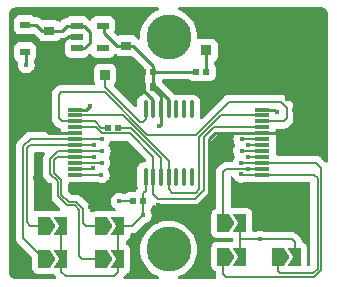
<source format=gbr>
%TF.GenerationSoftware,KiCad,Pcbnew,(6.0.7)*%
%TF.CreationDate,2025-07-27T15:57:52+08:00*%
%TF.ProjectId,Rotary_Encoder_AS5048A_V8,526f7461-7279-45f4-956e-636f6465725f,rev?*%
%TF.SameCoordinates,PXbebc200PY5f5e100*%
%TF.FileFunction,Copper,L1,Top*%
%TF.FilePolarity,Positive*%
%FSLAX46Y46*%
G04 Gerber Fmt 4.6, Leading zero omitted, Abs format (unit mm)*
G04 Created by KiCad (PCBNEW (6.0.7)) date 2025-07-27 15:57:52*
%MOMM*%
%LPD*%
G01*
G04 APERTURE LIST*
G04 Aperture macros list*
%AMRoundRect*
0 Rectangle with rounded corners*
0 $1 Rounding radius*
0 $2 $3 $4 $5 $6 $7 $8 $9 X,Y pos of 4 corners*
0 Add a 4 corners polygon primitive as box body*
4,1,4,$2,$3,$4,$5,$6,$7,$8,$9,$2,$3,0*
0 Add four circle primitives for the rounded corners*
1,1,$1+$1,$2,$3*
1,1,$1+$1,$4,$5*
1,1,$1+$1,$6,$7*
1,1,$1+$1,$8,$9*
0 Add four rect primitives between the rounded corners*
20,1,$1+$1,$2,$3,$4,$5,0*
20,1,$1+$1,$4,$5,$6,$7,0*
20,1,$1+$1,$6,$7,$8,$9,0*
20,1,$1+$1,$8,$9,$2,$3,0*%
%AMFreePoly0*
4,1,6,0.500000,-0.750000,-0.650000,-0.750000,-0.150000,0.000000,-0.650000,0.750000,0.500000,0.750000,0.500000,-0.750000,0.500000,-0.750000,$1*%
%AMFreePoly1*
4,1,6,1.000000,0.000000,0.500000,-0.750000,-0.500000,-0.750000,-0.500000,0.750000,0.500000,0.750000,1.000000,0.000000,1.000000,0.000000,$1*%
G04 Aperture macros list end*
%TA.AperFunction,SMDPad,CuDef*%
%ADD10R,1.000000X0.600000*%
%TD*%
%TA.AperFunction,SMDPad,CuDef*%
%ADD11R,0.570000X0.540000*%
%TD*%
%TA.AperFunction,SMDPad,CuDef*%
%ADD12R,0.950000X0.950000*%
%TD*%
%TA.AperFunction,SMDPad,CuDef*%
%ADD13FreePoly0,0.000000*%
%TD*%
%TA.AperFunction,SMDPad,CuDef*%
%ADD14FreePoly1,0.000000*%
%TD*%
%TA.AperFunction,SMDPad,CuDef*%
%ADD15R,0.830000X0.630000*%
%TD*%
%TA.AperFunction,SMDPad,CuDef*%
%ADD16R,0.900000X0.800000*%
%TD*%
%TA.AperFunction,ComponentPad*%
%ADD17C,3.800000*%
%TD*%
%TA.AperFunction,ComponentPad*%
%ADD18R,0.850000X0.850000*%
%TD*%
%TA.AperFunction,SMDPad,CuDef*%
%ADD19R,1.300000X0.300000*%
%TD*%
%TA.AperFunction,SMDPad,CuDef*%
%ADD20R,1.600000X2.000000*%
%TD*%
%TA.AperFunction,SMDPad,CuDef*%
%ADD21R,0.600000X0.670000*%
%TD*%
%TA.AperFunction,SMDPad,CuDef*%
%ADD22R,0.540000X0.600000*%
%TD*%
%TA.AperFunction,SMDPad,CuDef*%
%ADD23RoundRect,0.100000X0.100000X-0.637500X0.100000X0.637500X-0.100000X0.637500X-0.100000X-0.637500X0*%
%TD*%
%TA.AperFunction,ViaPad*%
%ADD24C,0.400000*%
%TD*%
%TA.AperFunction,Conductor*%
%ADD25C,0.250000*%
%TD*%
%TA.AperFunction,Conductor*%
%ADD26C,0.210000*%
%TD*%
%TA.AperFunction,Conductor*%
%ADD27C,0.200000*%
%TD*%
G04 APERTURE END LIST*
D10*
%TO.P,U2,2,GND*%
%TO.N,GND*%
X-7780000Y8990000D03*
%TO.P,U2,3,EN*%
%TO.N,/5V*%
X-7780000Y8040000D03*
%TO.P,U2,1,IN*%
X-7780000Y9940000D03*
%TO.P,U2,4,NC*%
%TO.N,unconnected-(U2-Pad4)*%
X-5580000Y8040000D03*
%TO.P,U2,5,OUT*%
%TO.N,/3V3*%
X-5580000Y9940000D03*
%TD*%
D11*
%TO.P,R1,2,2*%
%TO.N,Net-(LED1-Pad2)*%
X3200000Y6050000D03*
%TO.P,R1,1,1*%
%TO.N,/3V3*%
X2340000Y6050000D03*
%TD*%
D12*
%TO.P,LED1,2,A*%
%TO.N,Net-(LED1-Pad2)*%
X3190000Y7850000D03*
%TO.P,LED1,1,K*%
%TO.N,GND*%
X4690000Y7850000D03*
%TD*%
D13*
%TO.P,JP7,2,B*%
%TO.N,/CS*%
X10670000Y-9600000D03*
D14*
%TO.P,JP7,1,A*%
%TO.N,/CS7*%
X9220000Y-9600000D03*
%TD*%
D15*
%TO.P,D1,C*%
%TO.N,/5V*%
X-12140000Y10030000D03*
%TO.P,D1,A*%
%TO.N,/5V_reg*%
X-12140000Y7730000D03*
%TD*%
D16*
%TO.P,C4,2,2*%
%TO.N,GND*%
X-3570000Y9660000D03*
%TO.P,C4,1,1*%
%TO.N,/3V3*%
X-3570000Y8260000D03*
%TD*%
%TO.P,C3,2,2*%
%TO.N,GND*%
X-10110000Y8130000D03*
%TO.P,C3,1,1*%
%TO.N,/5V*%
X-10110000Y9530000D03*
%TD*%
D17*
%TO.P,REF\u002A\u002A,1*%
%TO.N,N/C*%
X0Y9002500D03*
%TD*%
D11*
%TO.P,R2,1,1*%
%TO.N,Net-(R2-Pad1)*%
X-4270000Y1300000D03*
%TO.P,R2,2,2*%
%TO.N,/MISO*%
X-5130000Y1300000D03*
%TD*%
D18*
%TO.P,J2,1,Pin_1*%
%TO.N,Net-(J2-Pad1)*%
X-5400000Y5800000D03*
%TD*%
D17*
%TO.P,REF\u002A\u002A,1*%
%TO.N,N/C*%
X0Y-8997500D03*
%TD*%
D13*
%TO.P,JP3,2,B*%
%TO.N,/CS*%
X-4245000Y-9810000D03*
D14*
%TO.P,JP3,1,A*%
%TO.N,/CS3*%
X-5695000Y-9810000D03*
%TD*%
%TO.P,JP1,1,A*%
%TO.N,/CS1*%
X-10525000Y-9800000D03*
D13*
%TO.P,JP1,2,B*%
%TO.N,/CS*%
X-9075000Y-9800000D03*
%TD*%
D19*
%TO.P,FPC1,1,1*%
%TO.N,/5V_reg*%
X-7942500Y2850000D03*
%TO.P,FPC1,2,2*%
%TO.N,/MOSI*%
X-7942500Y2350000D03*
%TO.P,FPC1,3,3*%
%TO.N,/MISO*%
X-7942500Y1850000D03*
%TO.P,FPC1,4,4*%
%TO.N,/CLK*%
X-7942500Y1350000D03*
%TO.P,FPC1,5,5*%
%TO.N,GND*%
X-7942500Y850000D03*
%TO.P,FPC1,6,6*%
%TO.N,/CS1*%
X-7942500Y350000D03*
%TO.P,FPC1,7,7*%
%TO.N,/CS2*%
X-7942500Y-150000D03*
%TO.P,FPC1,8,8*%
%TO.N,/CS3*%
X-7942500Y-650000D03*
%TO.P,FPC1,9,9*%
%TO.N,/CS4*%
X-7942500Y-1150000D03*
%TO.P,FPC1,10,10*%
%TO.N,/CS5*%
X-7942500Y-1650000D03*
%TO.P,FPC1,11,11*%
%TO.N,/CS6*%
X-7942500Y-2150000D03*
%TO.P,FPC1,12,12*%
%TO.N,/CS7*%
X-7942500Y-2650000D03*
D20*
%TO.P,FPC1,13,13*%
%TO.N,GND*%
X-10622500Y4550000D03*
%TO.P,FPC1,14,14*%
X-10622500Y-4350000D03*
%TD*%
D14*
%TO.P,JP2,1,A*%
%TO.N,/CS2*%
X-10525000Y-7000000D03*
D13*
%TO.P,JP2,2,B*%
%TO.N,/CS*%
X-9075000Y-7000000D03*
%TD*%
D14*
%TO.P,JP6,1,A*%
%TO.N,/CS6*%
X4635000Y-6770000D03*
D13*
%TO.P,JP6,2,B*%
%TO.N,/CS*%
X6085000Y-6770000D03*
%TD*%
D21*
%TO.P,C1,1*%
%TO.N,/3V3*%
X-1323000Y4720000D03*
%TO.P,C1,2*%
%TO.N,GND*%
X-2197000Y4720000D03*
%TD*%
D22*
%TO.P,C2,1*%
%TO.N,/3V3*%
X-1328000Y6060000D03*
%TO.P,C2,2*%
%TO.N,GND*%
X-2192000Y6060000D03*
%TD*%
D13*
%TO.P,JP4,2,B*%
%TO.N,/CS*%
X-4245000Y-7020000D03*
D14*
%TO.P,JP4,1,A*%
%TO.N,/CS4*%
X-5695000Y-7020000D03*
%TD*%
%TO.P,JP5,1,A*%
%TO.N,/CS5*%
X4625000Y-9600000D03*
D13*
%TO.P,JP5,2,B*%
%TO.N,/CS*%
X6075000Y-9600000D03*
%TD*%
D19*
%TO.P,FPC2,1,1*%
%TO.N,/CS7*%
X7942500Y-2650000D03*
%TO.P,FPC2,2,2*%
%TO.N,/CS6*%
X7942500Y-2150000D03*
%TO.P,FPC2,3,3*%
%TO.N,/CS5*%
X7942500Y-1650000D03*
%TO.P,FPC2,4,4*%
%TO.N,/CS4*%
X7942500Y-1150000D03*
%TO.P,FPC2,5,5*%
%TO.N,/CS3*%
X7942500Y-650000D03*
%TO.P,FPC2,6,6*%
%TO.N,/CS2*%
X7942500Y-150000D03*
%TO.P,FPC2,7,7*%
%TO.N,/CS1*%
X7942500Y350000D03*
%TO.P,FPC2,8,8*%
%TO.N,GND*%
X7942500Y850000D03*
%TO.P,FPC2,9,9*%
%TO.N,/CLK*%
X7942500Y1350000D03*
%TO.P,FPC2,10,10*%
%TO.N,/MISO*%
X7942500Y1850000D03*
%TO.P,FPC2,11,11*%
%TO.N,/MOSI*%
X7942500Y2350000D03*
%TO.P,FPC2,12,12*%
%TO.N,/5V_reg*%
X7942500Y2850000D03*
D20*
%TO.P,FPC2,13,13*%
%TO.N,GND*%
X10622500Y-4350000D03*
%TO.P,FPC2,14,14*%
X10622500Y4550000D03*
%TD*%
D11*
%TO.P,R3,1,1*%
%TO.N,/3V3*%
X-3010000Y-4910000D03*
%TO.P,R3,2,2*%
%TO.N,/CS*%
X-2150000Y-4910000D03*
%TD*%
D23*
%TO.P,U1,1,~{CSn}*%
%TO.N,/CS*%
X-1950000Y-2862500D03*
%TO.P,U1,2,CLK*%
%TO.N,/CLK*%
X-1300000Y-2862500D03*
%TO.P,U1,3,MISO*%
%TO.N,Net-(R2-Pad1)*%
X-650000Y-2862500D03*
%TO.P,U1,4,MOSI*%
%TO.N,/MOSI*%
X0Y-2862500D03*
%TO.P,U1,5,TEST*%
%TO.N,unconnected-(U1-Pad5)*%
X650000Y-2862500D03*
%TO.P,U1,6,TEST*%
%TO.N,unconnected-(U1-Pad6)*%
X1300000Y-2862500D03*
%TO.P,U1,7,TEST*%
%TO.N,unconnected-(U1-Pad7)*%
X1950000Y-2862500D03*
%TO.P,U1,8,TEST*%
%TO.N,unconnected-(U1-Pad8)*%
X1950000Y2862500D03*
%TO.P,U1,9,TEST*%
%TO.N,unconnected-(U1-Pad9)*%
X1300000Y2862500D03*
%TO.P,U1,10,TEST*%
%TO.N,unconnected-(U1-Pad10)*%
X650000Y2862500D03*
%TO.P,U1,11,VDD5V*%
%TO.N,/3V3*%
X0Y2862500D03*
%TO.P,U1,12,VDD3V*%
X-650000Y2862500D03*
%TO.P,U1,13,GND*%
%TO.N,GND*%
X-1300000Y2862500D03*
%TO.P,U1,14,PWM*%
%TO.N,Net-(J2-Pad1)*%
X-1950000Y2862500D03*
%TD*%
D17*
%TO.P,,1*%
%TO.N,N/C*%
X0Y9002500D03*
%TD*%
%TO.P,,1*%
%TO.N,N/C*%
X0Y-8997500D03*
%TD*%
D24*
%TO.N,GND*%
X10610000Y2830000D03*
%TO.N,/3V3*%
X-780000Y1430000D03*
%TO.N,GND*%
X9360000Y-4370000D03*
X-6615000Y-5415000D03*
X-920000Y-5210000D03*
%TO.N,/3V3*%
X-4170000Y-4920000D03*
%TO.N,GND*%
X-10622500Y1332500D03*
X-11340000Y-2960000D03*
%TO.N,/CS6*%
X-6370000Y-2140000D03*
X6740000Y-2180000D03*
%TO.N,/CS5*%
X6170000Y-1660000D03*
X-5650000Y-1640000D03*
%TO.N,/5V_reg*%
X-12050000Y6650000D03*
%TO.N,/CS*%
X-2150000Y-6080000D03*
X7750000Y-8110000D03*
%TO.N,/5V_reg*%
X-6670000Y3190000D03*
X9200000Y2600000D03*
%TO.N,/CS7*%
X-5700000Y-2660000D03*
X6150000Y-2630000D03*
%TO.N,/CS4*%
X6730000Y-1140000D03*
X-6340000Y-1140000D03*
%TO.N,/CS3*%
X6180000Y-620000D03*
X-5620000Y-650000D03*
%TO.N,/CS2*%
X-6330000Y-160000D03*
X6690000Y-160000D03*
%TO.N,/CS1*%
X6200000Y350000D03*
X-5650000Y350000D03*
%TD*%
D25*
%TO.N,GND*%
X10622500Y2842500D02*
X10622500Y4550000D01*
X10610000Y2830000D02*
X10622500Y2842500D01*
X-9420000Y8130000D02*
X-10110000Y8130000D01*
X-8560000Y8990000D02*
X-9420000Y8130000D01*
X-7780000Y8990000D02*
X-8560000Y8990000D01*
%TO.N,/5V*%
X-6660000Y9420000D02*
X-7180000Y9940000D01*
X-6660000Y8520000D02*
X-6660000Y9420000D01*
X-7180000Y9940000D02*
X-7780000Y9940000D01*
X-7780000Y8040000D02*
X-7140000Y8040000D01*
X-7140000Y8040000D02*
X-6660000Y8520000D01*
%TO.N,/3V3*%
X-5470000Y9830000D02*
X-5470000Y9360000D01*
X-5580000Y9940000D02*
X-5470000Y9830000D01*
X-1328000Y6578000D02*
X-1328000Y6060000D01*
X-4370000Y8260000D02*
X-3010000Y8260000D01*
X-5470000Y9360000D02*
X-4370000Y8260000D01*
X-3010000Y8260000D02*
X-1328000Y6578000D01*
%TO.N,/5V*%
X-8640000Y9940000D02*
X-7780000Y9940000D01*
X-9050000Y9530000D02*
X-8640000Y9940000D01*
X-10110000Y9530000D02*
X-9050000Y9530000D01*
%TO.N,/3V3*%
X-650000Y1560000D02*
X-650000Y2862500D01*
X-780000Y1430000D02*
X-650000Y1560000D01*
D26*
%TO.N,/MISO*%
X9750000Y1850000D02*
X7942500Y1850000D01*
X10000000Y2100000D02*
X9750000Y1850000D01*
X10000000Y3000000D02*
X10000000Y2100000D01*
X9500000Y3500000D02*
X10000000Y3000000D01*
X5123188Y3500000D02*
X9500000Y3500000D01*
X-1794264Y730000D02*
X2353188Y730000D01*
X2353188Y730000D02*
X5123188Y3500000D01*
X-5374264Y4310000D02*
X-1794264Y730000D01*
X-9070000Y4310000D02*
X-5374264Y4310000D01*
X-9300000Y4080000D02*
X-9070000Y4310000D01*
X-9300000Y2100000D02*
X-9300000Y4080000D01*
X-9050000Y1850000D02*
X-9300000Y2100000D01*
X-7942500Y1850000D02*
X-9050000Y1850000D01*
%TO.N,/CLK*%
X-1300000Y-1140000D02*
X-1300000Y-2862500D01*
X-5663406Y825000D02*
X-3265000Y825000D01*
X-3265000Y825000D02*
X-1300000Y-1140000D01*
X-6188406Y1350000D02*
X-5663406Y825000D01*
X-7942500Y1350000D02*
X-6188406Y1350000D01*
%TO.N,/MOSI*%
X0Y-1500000D02*
X0Y-2862500D01*
X-3850000Y2350000D02*
X0Y-1500000D01*
X-7942500Y2350000D02*
X-3850000Y2350000D01*
%TO.N,Net-(R2-Pad1)*%
X-3224264Y1300000D02*
X-4270000Y1300000D01*
X-650000Y-1274264D02*
X-3224264Y1300000D01*
X-650000Y-2862500D02*
X-650000Y-1274264D01*
D27*
%TO.N,/CS7*%
X7942500Y-2650000D02*
X12340000Y-2650000D01*
X12620000Y-2930000D02*
X12620000Y-10639878D01*
X12340000Y-2650000D02*
X12620000Y-2930000D01*
X12620000Y-10639878D02*
X12229878Y-11030000D01*
X12229878Y-11030000D02*
X9460000Y-11030000D01*
X9460000Y-11030000D02*
X9220000Y-10790000D01*
X9220000Y-10790000D02*
X9220000Y-9600000D01*
D25*
%TO.N,GND*%
X9360000Y-4370000D02*
X10602500Y-4370000D01*
X10602500Y-4370000D02*
X10622500Y-4350000D01*
D27*
%TO.N,/CS*%
X-9075000Y-9800000D02*
X-9075000Y-10875000D01*
X-8680000Y-11270000D02*
X-4650000Y-11270000D01*
X-9075000Y-10875000D02*
X-8680000Y-11270000D01*
X-4650000Y-11270000D02*
X-4245000Y-10865000D01*
X-4245000Y-10865000D02*
X-4245000Y-9810000D01*
D25*
%TO.N,GND*%
X2490000Y-5210000D02*
X-920000Y-5210000D01*
X3410000Y330000D02*
X3410000Y-4290000D01*
X3490000Y410000D02*
X3410000Y330000D01*
X3930000Y850000D02*
X3490000Y410000D01*
X3410000Y-4290000D02*
X2490000Y-5210000D01*
X7942500Y850000D02*
X3930000Y850000D01*
D27*
%TO.N,/CS6*%
X4890000Y-2180000D02*
X4635000Y-2435000D01*
X4635000Y-2435000D02*
X4635000Y-6770000D01*
X6740000Y-2180000D02*
X4890000Y-2180000D01*
%TO.N,/CS5*%
X4600000Y-9625000D02*
X4625000Y-9600000D01*
X12350000Y-11320000D02*
X4860000Y-11320000D01*
X4600000Y-11060000D02*
X4600000Y-9625000D01*
X12910000Y-10760000D02*
X12350000Y-11320000D01*
X12910000Y-2100000D02*
X12910000Y-10760000D01*
X4860000Y-11320000D02*
X4600000Y-11060000D01*
X12460000Y-1650000D02*
X12910000Y-2100000D01*
X7942500Y-1650000D02*
X12460000Y-1650000D01*
%TO.N,/3V3*%
X-4160000Y-4910000D02*
X-4170000Y-4920000D01*
X-3010000Y-4910000D02*
X-4160000Y-4910000D01*
%TO.N,/CS3*%
X-7320000Y-9810000D02*
X-5695000Y-9810000D01*
X-7550000Y-9580000D02*
X-7320000Y-9810000D01*
X-7550000Y-5650122D02*
X-7550000Y-9580000D01*
X-8590183Y-5269939D02*
X-7930183Y-5269939D01*
X-10010000Y-2610000D02*
X-9400000Y-3220000D01*
X-9400000Y-3220000D02*
X-9400000Y-4460122D01*
X-9400000Y-4460122D02*
X-8590183Y-5269939D01*
X-10010000Y-1319878D02*
X-10010000Y-2610000D01*
X-7930183Y-5269939D02*
X-7550000Y-5650122D01*
X-7942500Y-650000D02*
X-9340122Y-650000D01*
X-9340122Y-650000D02*
X-10010000Y-1319878D01*
%TO.N,/CS4*%
X-6960000Y-7020000D02*
X-5695000Y-7020000D01*
X-7240000Y-6740000D02*
X-6960000Y-7020000D01*
X-7240000Y-5550000D02*
X-7240000Y-6740000D01*
X-8470061Y-4979939D02*
X-7810061Y-4979939D01*
X-9090000Y-3119878D02*
X-9090000Y-4360000D01*
X-9090000Y-4360000D02*
X-8470061Y-4979939D01*
X-9720000Y-2489878D02*
X-9090000Y-3119878D01*
X-9720000Y-1440000D02*
X-9720000Y-2489878D01*
X-7942500Y-1150000D02*
X-9430000Y-1150000D01*
X-9430000Y-1150000D02*
X-9720000Y-1440000D01*
X-7810061Y-4979939D02*
X-7240000Y-5550000D01*
D25*
%TO.N,GND*%
X-10622500Y-3677500D02*
X-11340000Y-2960000D01*
X-10622500Y-4350000D02*
X-10622500Y-3677500D01*
X10120000Y850000D02*
X10622500Y1352500D01*
X7942500Y850000D02*
X10120000Y850000D01*
X10622500Y1352500D02*
X10622500Y4550000D01*
D26*
%TO.N,/CS7*%
X-5710000Y-2650000D02*
X-7942500Y-2650000D01*
X-5700000Y-2660000D02*
X-5710000Y-2650000D01*
X6175000Y-2655000D02*
X7937500Y-2655000D01*
X7937500Y-2655000D02*
X7942500Y-2650000D01*
X6150000Y-2630000D02*
X6175000Y-2655000D01*
D27*
%TO.N,/CS6*%
X7912500Y-2180000D02*
X7942500Y-2150000D01*
X6740000Y-2180000D02*
X7912500Y-2180000D01*
X-6380000Y-2150000D02*
X-6370000Y-2140000D01*
X-7942500Y-2150000D02*
X-6380000Y-2150000D01*
%TO.N,/CS5*%
X7932500Y-1660000D02*
X7942500Y-1650000D01*
X6170000Y-1660000D02*
X7932500Y-1660000D01*
X-7942500Y-1650000D02*
X-5660000Y-1650000D01*
X-5660000Y-1650000D02*
X-5650000Y-1640000D01*
D25*
%TO.N,GND*%
X-10140000Y850000D02*
X-10622500Y1332500D01*
X-7942500Y850000D02*
X-10140000Y850000D01*
X-10622500Y1332500D02*
X-10622500Y4550000D01*
D26*
%TO.N,/CS1*%
X-5650000Y350000D02*
X-7942500Y350000D01*
%TO.N,/CS4*%
X-6340000Y-1140000D02*
X-6350000Y-1150000D01*
X-6350000Y-1150000D02*
X-7942500Y-1150000D01*
X6740000Y-1150000D02*
X7942500Y-1150000D01*
X6730000Y-1140000D02*
X6740000Y-1150000D01*
%TO.N,/CS3*%
X6180000Y-620000D02*
X6210000Y-650000D01*
X6210000Y-650000D02*
X7942500Y-650000D01*
X-5620000Y-650000D02*
X-7942500Y-650000D01*
%TO.N,/CS1*%
X6200000Y350000D02*
X7942500Y350000D01*
%TO.N,/CS2*%
X6690000Y-160000D02*
X6700000Y-150000D01*
X6700000Y-150000D02*
X7942500Y-150000D01*
X-6340000Y-150000D02*
X-7942500Y-150000D01*
X-6330000Y-160000D02*
X-6340000Y-150000D01*
D25*
%TO.N,GND*%
X-2197000Y6055000D02*
X-2192000Y6060000D01*
X-2197000Y4720000D02*
X-2197000Y6055000D01*
X-2197000Y4517000D02*
X-2197000Y4720000D01*
X-1300000Y3620000D02*
X-2197000Y4517000D01*
X-1300000Y2862500D02*
X-1300000Y3620000D01*
D27*
%TO.N,/CS*%
X6160000Y-8110000D02*
X6085000Y-8035000D01*
X7750000Y-8110000D02*
X6160000Y-8110000D01*
X6085000Y-8035000D02*
X6085000Y-6770000D01*
X6085000Y-9590000D02*
X6085000Y-8035000D01*
X6075000Y-9600000D02*
X6085000Y-9590000D01*
D25*
%TO.N,/3V3*%
X-650000Y3980000D02*
X-650000Y2862500D01*
X-1323000Y4653000D02*
X-650000Y3980000D01*
X-1323000Y4720000D02*
X-1323000Y4653000D01*
X0Y3670000D02*
X-1050000Y4720000D01*
X-1050000Y4720000D02*
X-1323000Y4720000D01*
X0Y2862500D02*
X0Y3670000D01*
%TO.N,Net-(LED1-Pad2)*%
X3200000Y7840000D02*
X3190000Y7850000D01*
X3200000Y6050000D02*
X3200000Y7840000D01*
%TO.N,/3V3*%
X-1328000Y6060000D02*
X2330000Y6060000D01*
X2330000Y6060000D02*
X2340000Y6050000D01*
X-1328000Y6060000D02*
X-1328000Y4725000D01*
X-1328000Y4725000D02*
X-1323000Y4720000D01*
%TO.N,/5V*%
X-10120000Y9520000D02*
X-10110000Y9530000D01*
X-10710000Y9520000D02*
X-10120000Y9520000D01*
X-11220000Y10030000D02*
X-10710000Y9520000D01*
X-12140000Y10030000D02*
X-11220000Y10030000D01*
%TO.N,/5V_reg*%
X-12050000Y6650000D02*
X-12050000Y7640000D01*
X-12050000Y7640000D02*
X-12140000Y7730000D01*
X-7010000Y2850000D02*
X-7942500Y2850000D01*
X-6670000Y3190000D02*
X-7010000Y2850000D01*
D26*
%TO.N,Net-(J2-Pad1)*%
X-2170000Y1810000D02*
X-1950000Y2030000D01*
X-1950000Y2030000D02*
X-1950000Y2862500D01*
X-3597330Y2960000D02*
X-2447330Y1810000D01*
X-3600000Y2960000D02*
X-3597330Y2960000D01*
X-5400000Y4760000D02*
X-3600000Y2960000D01*
X-5400000Y5800000D02*
X-5400000Y4760000D01*
X-2447330Y1810000D02*
X-2170000Y1810000D01*
D27*
%TO.N,/CS*%
X-4245000Y-7020000D02*
X-3090000Y-7020000D01*
X-3090000Y-7020000D02*
X-2150000Y-6080000D01*
X-4245000Y-7020000D02*
X-4245000Y-9810000D01*
X-9075000Y-7000000D02*
X-9075000Y-9800000D01*
X-1950000Y-4010000D02*
X-1950000Y-2862500D01*
X-2150000Y-4910000D02*
X-2150000Y-4210000D01*
X-2150000Y-4210000D02*
X-1950000Y-4010000D01*
X-2150000Y-6080000D02*
X-2150000Y-4910000D01*
X10420000Y-8120000D02*
X10410000Y-8110000D01*
X10670000Y-8370000D02*
X10420000Y-8120000D01*
X10410000Y-8110000D02*
X7750000Y-8110000D01*
X10670000Y-9600000D02*
X10670000Y-8370000D01*
D25*
%TO.N,/5V_reg*%
X7942500Y2850000D02*
X8950000Y2850000D01*
X8950000Y2850000D02*
X9200000Y2600000D01*
D26*
%TO.N,/MOSI*%
X7942500Y2350000D02*
X4411594Y2350000D01*
X2600000Y-3900000D02*
X2300000Y-4200000D01*
X4411594Y2350000D02*
X2600000Y538406D01*
X0Y-3900000D02*
X0Y-2862500D01*
X2600000Y538406D02*
X2600000Y-3900000D01*
X2300000Y-4200000D02*
X300000Y-4200000D01*
X300000Y-4200000D02*
X0Y-3900000D01*
%TO.N,/MISO*%
X-6250000Y1850000D02*
X-7942500Y1850000D01*
X-5130000Y1300000D02*
X-5700000Y1300000D01*
X-5700000Y1300000D02*
X-6250000Y1850000D01*
%TO.N,/CLK*%
X2238406Y-4700000D02*
X3000000Y-3938406D01*
X-1300000Y-2862500D02*
X-1300000Y-4300000D01*
X3000000Y-3938406D02*
X3000000Y500000D01*
X-1300000Y-4300000D02*
X-900000Y-4700000D01*
X3850000Y1350000D02*
X7942500Y1350000D01*
X-900000Y-4700000D02*
X2238406Y-4700000D01*
X3000000Y500000D02*
X3850000Y1350000D01*
%TO.N,/CS2*%
X-12000000Y-400000D02*
X-12000000Y-6700000D01*
X-7942500Y-150000D02*
X-11750000Y-150000D01*
X-12000000Y-6700000D02*
X-11700000Y-7000000D01*
X-11700000Y-7000000D02*
X-10525000Y-7000000D01*
X-11750000Y-150000D02*
X-12000000Y-400000D01*
%TO.N,/CS1*%
X-11688406Y350000D02*
X-12310000Y-271594D01*
X-12310000Y-271594D02*
X-12310000Y-8015000D01*
X-7942500Y350000D02*
X-11688406Y350000D01*
X-12310000Y-8015000D02*
X-10525000Y-9800000D01*
%TD*%
%TA.AperFunction,Conductor*%
%TO.N,GND*%
G36*
X5473965Y716498D02*
G01*
X5520458Y662842D01*
X5530562Y592568D01*
X5523237Y564730D01*
X5508718Y527491D01*
X5486335Y357474D01*
X5487169Y349924D01*
X5503183Y204873D01*
X5505153Y187025D01*
X5507762Y179894D01*
X5507763Y179892D01*
X5525108Y132496D01*
X5564085Y25985D01*
X5568323Y19679D01*
X5568323Y19678D01*
X5615449Y-50453D01*
X5636841Y-118150D01*
X5618237Y-186666D01*
X5613954Y-193179D01*
X5599748Y-213392D01*
X5551010Y-282739D01*
X5524188Y-351533D01*
X5505292Y-400000D01*
X5488718Y-442509D01*
X5466335Y-612526D01*
X5472573Y-669031D01*
X5484260Y-774886D01*
X5485153Y-782975D01*
X5544085Y-944015D01*
X5548322Y-950321D01*
X5548324Y-950324D01*
X5558996Y-966205D01*
X5622241Y-1060322D01*
X5624383Y-1063510D01*
X5645776Y-1131207D01*
X5627172Y-1199723D01*
X5622889Y-1206237D01*
X5571053Y-1279993D01*
X5541010Y-1322739D01*
X5523358Y-1368014D01*
X5488772Y-1456723D01*
X5480580Y-1477734D01*
X5480578Y-1477737D01*
X5478718Y-1482509D01*
X5477923Y-1482199D01*
X5444807Y-1537837D01*
X5381276Y-1569529D01*
X5359076Y-1571500D01*
X4938136Y-1571500D01*
X4921690Y-1570422D01*
X4898188Y-1567328D01*
X4890000Y-1566250D01*
X4881812Y-1567328D01*
X4850129Y-1571499D01*
X4850120Y-1571500D01*
X4850115Y-1571500D01*
X4731150Y-1587162D01*
X4583125Y-1648476D01*
X4583123Y-1648477D01*
X4583124Y-1648477D01*
X4487928Y-1721523D01*
X4487925Y-1721526D01*
X4456013Y-1746013D01*
X4450983Y-1752568D01*
X4436548Y-1771379D01*
X4425681Y-1783770D01*
X4238766Y-1970685D01*
X4226375Y-1981552D01*
X4201013Y-2001013D01*
X4176526Y-2032925D01*
X4176523Y-2032928D01*
X4176517Y-2032936D01*
X4109644Y-2120086D01*
X4103476Y-2128124D01*
X4044849Y-2269662D01*
X4042162Y-2276150D01*
X4026500Y-2395115D01*
X4026500Y-2395120D01*
X4021250Y-2435000D01*
X4022328Y-2443188D01*
X4025422Y-2466690D01*
X4026500Y-2483136D01*
X4026500Y-5427569D01*
X4006498Y-5495690D01*
X3952842Y-5542183D01*
X3935997Y-5548465D01*
X3930239Y-5550156D01*
X3921589Y-5552696D01*
X3914008Y-5557568D01*
X3806159Y-5626878D01*
X3806156Y-5626880D01*
X3798579Y-5631750D01*
X3792678Y-5638560D01*
X3708726Y-5735445D01*
X3708724Y-5735448D01*
X3702824Y-5742257D01*
X3699080Y-5750454D01*
X3699080Y-5750455D01*
X3684356Y-5782696D01*
X3642081Y-5875266D01*
X3621271Y-6020000D01*
X3621271Y-7520000D01*
X3626500Y-7593111D01*
X3643652Y-7651526D01*
X3661928Y-7713766D01*
X3667696Y-7733411D01*
X3672567Y-7740990D01*
X3741878Y-7848841D01*
X3741880Y-7848844D01*
X3746750Y-7856421D01*
X3753560Y-7862322D01*
X3850445Y-7946274D01*
X3850448Y-7946276D01*
X3857257Y-7952176D01*
X3865454Y-7955920D01*
X3865455Y-7955920D01*
X3923762Y-7982548D01*
X3990266Y-8012919D01*
X4135000Y-8033729D01*
X5135000Y-8033729D01*
X5136964Y-8033605D01*
X5136968Y-8033605D01*
X5193080Y-8030066D01*
X5193084Y-8030065D01*
X5199557Y-8029657D01*
X5245232Y-8017075D01*
X5296624Y-8013833D01*
X5358105Y-8022673D01*
X5368433Y-8024158D01*
X5433013Y-8053651D01*
X5471396Y-8113378D01*
X5476500Y-8148875D01*
X5476500Y-8215826D01*
X5456498Y-8283947D01*
X5402842Y-8330440D01*
X5360547Y-8341425D01*
X5350353Y-8342240D01*
X5350350Y-8342241D01*
X5343355Y-8342800D01*
X5336657Y-8344890D01*
X5336655Y-8344890D01*
X5316019Y-8351328D01*
X5260562Y-8355762D01*
X5184945Y-8344890D01*
X5125000Y-8336271D01*
X4125000Y-8336271D01*
X4116024Y-8336913D01*
X4058627Y-8341018D01*
X4058626Y-8341018D01*
X4051889Y-8341500D01*
X3998015Y-8357319D01*
X3920235Y-8380157D01*
X3920233Y-8380158D01*
X3911589Y-8382696D01*
X3904010Y-8387567D01*
X3796159Y-8456878D01*
X3796156Y-8456880D01*
X3788579Y-8461750D01*
X3782678Y-8468560D01*
X3698726Y-8565445D01*
X3698724Y-8565448D01*
X3692824Y-8572257D01*
X3632081Y-8705266D01*
X3611271Y-8850000D01*
X3611271Y-10350000D01*
X3616500Y-10423111D01*
X3637531Y-10494734D01*
X3649501Y-10535500D01*
X3657696Y-10563411D01*
X3662567Y-10570990D01*
X3731878Y-10678841D01*
X3731880Y-10678844D01*
X3736750Y-10686421D01*
X3743560Y-10692322D01*
X3840445Y-10776274D01*
X3840448Y-10776276D01*
X3847257Y-10782176D01*
X3855454Y-10785920D01*
X3855455Y-10785920D01*
X3917842Y-10814411D01*
X3971498Y-10860904D01*
X3991500Y-10929025D01*
X3991500Y-11011864D01*
X3990422Y-11028307D01*
X3986250Y-11060000D01*
X3991500Y-11099880D01*
X3991500Y-11099885D01*
X4003213Y-11188851D01*
X4007162Y-11218851D01*
X4010321Y-11226477D01*
X4010321Y-11226478D01*
X4046898Y-11314782D01*
X4054487Y-11385372D01*
X4022708Y-11448859D01*
X3961650Y-11485086D01*
X3930489Y-11489000D01*
X910329Y-11489000D01*
X842208Y-11468998D01*
X795715Y-11415342D01*
X785611Y-11345068D01*
X815105Y-11280488D01*
X863945Y-11245848D01*
X1023843Y-11182540D01*
X1023848Y-11182538D01*
X1027517Y-11181085D01*
X1138135Y-11120272D01*
X1289618Y-11036993D01*
X1289621Y-11036991D01*
X1293090Y-11035084D01*
X1538271Y-10856950D01*
X1567455Y-10829545D01*
X1756305Y-10652203D01*
X1759192Y-10649492D01*
X1946471Y-10423111D01*
X1949848Y-10419029D01*
X1949851Y-10419025D01*
X1952370Y-10415980D01*
X2114758Y-10160098D01*
X2243794Y-9885881D01*
X2337445Y-9597654D01*
X2394233Y-9299962D01*
X2413262Y-8997500D01*
X2394233Y-8695038D01*
X2337445Y-8397346D01*
X2274030Y-8202176D01*
X2245020Y-8112892D01*
X2245020Y-8112891D01*
X2243794Y-8109119D01*
X2227683Y-8074880D01*
X2177355Y-7967928D01*
X2114758Y-7834902D01*
X1952370Y-7579020D01*
X1929624Y-7551524D01*
X1893930Y-7508379D01*
X1759192Y-7345508D01*
X1538271Y-7138050D01*
X1293090Y-6959916D01*
X1027517Y-6813915D01*
X1023848Y-6812462D01*
X1023843Y-6812460D01*
X749409Y-6703804D01*
X749408Y-6703804D01*
X745739Y-6702351D01*
X452200Y-6626984D01*
X151530Y-6589000D01*
X-151530Y-6589000D01*
X-452200Y-6626984D01*
X-745739Y-6702351D01*
X-749408Y-6703804D01*
X-749409Y-6703804D01*
X-1023843Y-6812460D01*
X-1023848Y-6812462D01*
X-1027517Y-6813915D01*
X-1293090Y-6959916D01*
X-1538271Y-7138050D01*
X-1759192Y-7345508D01*
X-1893930Y-7508379D01*
X-1929623Y-7551524D01*
X-1952370Y-7579020D01*
X-2114758Y-7834902D01*
X-2177355Y-7967928D01*
X-2227682Y-8074880D01*
X-2243794Y-8109119D01*
X-2245020Y-8112891D01*
X-2245020Y-8112892D01*
X-2274030Y-8202176D01*
X-2337445Y-8397346D01*
X-2394233Y-8695038D01*
X-2413262Y-8997500D01*
X-2394233Y-9299962D01*
X-2337445Y-9597654D01*
X-2243794Y-9885881D01*
X-2114758Y-10160098D01*
X-1952370Y-10415980D01*
X-1949851Y-10419025D01*
X-1949848Y-10419029D01*
X-1946471Y-10423111D01*
X-1759192Y-10649492D01*
X-1756305Y-10652203D01*
X-1567454Y-10829545D01*
X-1538271Y-10856950D01*
X-1293090Y-11035084D01*
X-1289621Y-11036991D01*
X-1289618Y-11036993D01*
X-1138135Y-11120272D01*
X-1027517Y-11181085D01*
X-1023848Y-11182538D01*
X-1023843Y-11182540D01*
X-863945Y-11245848D01*
X-807971Y-11289523D01*
X-784495Y-11356526D01*
X-800971Y-11425584D01*
X-852167Y-11474773D01*
X-910329Y-11489000D01*
X-3701313Y-11489000D01*
X-3769434Y-11468998D01*
X-3815927Y-11415342D01*
X-3826031Y-11345068D01*
X-3801278Y-11286300D01*
X-3786526Y-11267075D01*
X-3786523Y-11267072D01*
X-3726502Y-11188851D01*
X-3713476Y-11171875D01*
X-3693555Y-11123781D01*
X-3649006Y-11068501D01*
X-3612644Y-11051104D01*
X-3540235Y-11029843D01*
X-3540233Y-11029842D01*
X-3531589Y-11027304D01*
X-3477718Y-10992683D01*
X-3416159Y-10953122D01*
X-3416156Y-10953120D01*
X-3408579Y-10948250D01*
X-3360117Y-10892322D01*
X-3318726Y-10844555D01*
X-3318724Y-10844552D01*
X-3312824Y-10837743D01*
X-3252081Y-10704734D01*
X-3231271Y-10560000D01*
X-3231271Y-9060000D01*
X-3236500Y-8986889D01*
X-3277696Y-8846589D01*
X-3318159Y-8783627D01*
X-3351878Y-8731159D01*
X-3351880Y-8731156D01*
X-3356750Y-8723579D01*
X-3363560Y-8717678D01*
X-3460445Y-8633726D01*
X-3460448Y-8633724D01*
X-3467257Y-8627824D01*
X-3562842Y-8584172D01*
X-3616498Y-8537679D01*
X-3636500Y-8469558D01*
X-3636500Y-8362431D01*
X-3616498Y-8294310D01*
X-3562842Y-8247817D01*
X-3545997Y-8241535D01*
X-3540239Y-8239844D01*
X-3540238Y-8239844D01*
X-3531589Y-8237304D01*
X-3503635Y-8219339D01*
X-3416159Y-8163122D01*
X-3416156Y-8163120D01*
X-3408579Y-8158250D01*
X-3401113Y-8149634D01*
X-3318726Y-8054555D01*
X-3318724Y-8054552D01*
X-3312824Y-8047743D01*
X-3303777Y-8027934D01*
X-3255825Y-7922932D01*
X-3252081Y-7914734D01*
X-3231271Y-7770000D01*
X-3231271Y-7758672D01*
X-3211269Y-7690551D01*
X-3157613Y-7644058D01*
X-3105271Y-7632672D01*
X-3098189Y-7632672D01*
X-3090000Y-7633750D01*
X-3081811Y-7632672D01*
X-3050126Y-7628501D01*
X-3050116Y-7628500D01*
X-3050115Y-7628500D01*
X-3050107Y-7628499D01*
X-2939336Y-7613916D01*
X-2939334Y-7613916D01*
X-2936178Y-7613500D01*
X-2931149Y-7612838D01*
X-2923523Y-7609679D01*
X-2923522Y-7609679D01*
X-2860331Y-7583504D01*
X-2783124Y-7551524D01*
X-2744973Y-7522250D01*
X-2687928Y-7478477D01*
X-2687925Y-7478474D01*
X-2662566Y-7459015D01*
X-2656013Y-7453987D01*
X-2644732Y-7439286D01*
X-2636548Y-7428621D01*
X-2625681Y-7416230D01*
X-2002255Y-6792804D01*
X-1941290Y-6759079D01*
X-1915641Y-6753205D01*
X-1915639Y-6753204D01*
X-1908241Y-6751510D01*
X-1755042Y-6674459D01*
X-1749271Y-6669530D01*
X-1749268Y-6669528D01*
X-1630422Y-6568023D01*
X-1624645Y-6563089D01*
X-1524576Y-6423830D01*
X-1460615Y-6264720D01*
X-1446431Y-6165060D01*
X-1437034Y-6099031D01*
X-1437034Y-6099027D01*
X-1436453Y-6094947D01*
X-1436296Y-6080000D01*
X-1444097Y-6015537D01*
X-1455985Y-5917299D01*
X-1455986Y-5917296D01*
X-1456898Y-5909758D01*
X-1463850Y-5891358D01*
X-1497353Y-5802696D01*
X-1517513Y-5749344D01*
X-1521813Y-5743087D01*
X-1525335Y-5736350D01*
X-1522937Y-5735096D01*
X-1541500Y-5675318D01*
X-1541500Y-5633413D01*
X-1521498Y-5565292D01*
X-1506800Y-5547054D01*
X-1501739Y-5543261D01*
X-1414385Y-5426705D01*
X-1398790Y-5385107D01*
X-1371946Y-5313500D01*
X-1370291Y-5309084D01*
X-1327650Y-5252319D01*
X-1261088Y-5227619D01*
X-1202268Y-5237676D01*
X-1176119Y-5248992D01*
X-1175652Y-5249194D01*
X-1164994Y-5254416D01*
X-1127639Y-5274951D01*
X-1119962Y-5276922D01*
X-1119957Y-5276924D01*
X-1108948Y-5279750D01*
X-1090239Y-5286155D01*
X-1072522Y-5293822D01*
X-1064695Y-5295062D01*
X-1064694Y-5295062D01*
X-1058569Y-5296032D01*
X-1033881Y-5299942D01*
X-1030415Y-5300491D01*
X-1018793Y-5302898D01*
X-1009131Y-5305379D01*
X-985180Y-5311529D01*
X-985179Y-5311529D01*
X-977503Y-5313500D01*
X-958203Y-5313500D01*
X-938492Y-5315051D01*
X-927254Y-5316831D01*
X-927252Y-5316831D01*
X-919424Y-5318071D01*
X-876984Y-5314059D01*
X-865125Y-5313500D01*
X2162277Y-5313500D01*
X2172918Y-5314002D01*
X2180212Y-5315632D01*
X2188138Y-5315383D01*
X2188139Y-5315383D01*
X2246079Y-5313562D01*
X2250037Y-5313500D01*
X2277004Y-5313500D01*
X2280942Y-5313003D01*
X2281683Y-5312956D01*
X2292522Y-5312103D01*
X2335142Y-5310763D01*
X2342757Y-5308550D01*
X2342760Y-5308550D01*
X2353675Y-5305379D01*
X2373040Y-5301368D01*
X2384331Y-5299942D01*
X2384333Y-5299941D01*
X2392190Y-5298949D01*
X2399554Y-5296033D01*
X2399559Y-5296032D01*
X2431831Y-5283254D01*
X2443064Y-5279408D01*
X2476378Y-5269730D01*
X2476382Y-5269728D01*
X2483993Y-5267517D01*
X2500607Y-5257691D01*
X2518361Y-5248994D01*
X2536311Y-5241887D01*
X2570803Y-5216827D01*
X2580712Y-5210318D01*
X2617413Y-5188613D01*
X2631057Y-5174969D01*
X2646091Y-5162128D01*
X2655299Y-5155438D01*
X2655300Y-5155437D01*
X2661714Y-5150777D01*
X2688893Y-5117923D01*
X2696883Y-5109143D01*
X3379970Y-4426056D01*
X3387859Y-4418877D01*
X3394168Y-4414873D01*
X3439287Y-4366826D01*
X3442041Y-4363985D01*
X3458303Y-4347724D01*
X3458310Y-4347716D01*
X3461103Y-4344923D01*
X3463528Y-4341796D01*
X3463951Y-4341317D01*
X3471090Y-4332960D01*
X3494851Y-4307656D01*
X3500277Y-4301878D01*
X3509578Y-4284960D01*
X3520430Y-4268440D01*
X3527403Y-4259451D01*
X3527404Y-4259449D01*
X3532263Y-4253185D01*
X3549199Y-4214049D01*
X3554418Y-4203396D01*
X3571133Y-4172991D01*
X3571134Y-4172988D01*
X3574951Y-4166045D01*
X3579751Y-4147349D01*
X3586155Y-4128645D01*
X3593823Y-4110927D01*
X3600493Y-4068810D01*
X3602897Y-4057203D01*
X3613500Y-4015909D01*
X3613500Y-3996614D01*
X3615051Y-3976903D01*
X3616832Y-3965658D01*
X3618072Y-3957829D01*
X3614059Y-3915381D01*
X3613500Y-3903522D01*
X3613500Y193690D01*
X3633502Y261811D01*
X3650405Y282785D01*
X4067215Y699595D01*
X4129527Y733621D01*
X4156310Y736500D01*
X5405844Y736500D01*
X5473965Y716498D01*
G37*
%TD.AperFunction*%
%TA.AperFunction,Conductor*%
G36*
X-842208Y11473998D02*
G01*
X-795715Y11420342D01*
X-785611Y11350068D01*
X-815105Y11285488D01*
X-863945Y11250848D01*
X-1023843Y11187540D01*
X-1023848Y11187538D01*
X-1027517Y11186085D01*
X-1030985Y11184179D01*
X-1030986Y11184178D01*
X-1289106Y11042274D01*
X-1293090Y11040084D01*
X-1538271Y10861950D01*
X-1759192Y10654492D01*
X-1852088Y10542200D01*
X-1947952Y10426320D01*
X-1952370Y10420980D01*
X-2114758Y10165098D01*
X-2243794Y9890881D01*
X-2337445Y9602654D01*
X-2394233Y9304962D01*
X-2413262Y9002500D01*
X-2408562Y8927804D01*
X-2407463Y8910328D01*
X-2423148Y8841085D01*
X-2473778Y8791315D01*
X-2543279Y8776819D01*
X-2609584Y8802198D01*
X-2651196Y8858186D01*
X-2666233Y8898297D01*
X-2669385Y8906705D01*
X-2756739Y9023261D01*
X-2873295Y9110615D01*
X-3009684Y9161745D01*
X-3071866Y9168500D01*
X-4068134Y9168500D01*
X-4130316Y9161745D01*
X-4137712Y9158973D01*
X-4137718Y9158971D01*
X-4232933Y9123276D01*
X-4303740Y9118093D01*
X-4366257Y9152162D01*
X-4566024Y9351928D01*
X-4600049Y9414240D01*
X-4594911Y9485253D01*
X-4581029Y9522282D01*
X-4581027Y9522288D01*
X-4578255Y9529684D01*
X-4571500Y9591866D01*
X-4571500Y10288134D01*
X-4578255Y10350316D01*
X-4629385Y10486705D01*
X-4716739Y10603261D01*
X-4833295Y10690615D01*
X-4969684Y10741745D01*
X-5031866Y10748500D01*
X-6128134Y10748500D01*
X-6190316Y10741745D01*
X-6326705Y10690615D01*
X-6443261Y10603261D01*
X-6530615Y10486705D01*
X-6533767Y10478297D01*
X-6533768Y10478295D01*
X-6543769Y10451617D01*
X-6586410Y10394852D01*
X-6652971Y10370152D01*
X-6722320Y10385359D01*
X-6750846Y10406751D01*
X-6760230Y10416135D01*
X-6763427Y10418615D01*
X-6772449Y10426320D01*
X-6785882Y10438935D01*
X-6804679Y10456586D01*
X-6803758Y10457566D01*
X-6829371Y10486668D01*
X-6829385Y10486705D01*
X-6916739Y10603261D01*
X-7033295Y10690615D01*
X-7169684Y10741745D01*
X-7231866Y10748500D01*
X-8328134Y10748500D01*
X-8390316Y10741745D01*
X-8526705Y10690615D01*
X-8643261Y10603261D01*
X-8643903Y10604118D01*
X-8698949Y10574060D01*
X-8721772Y10571244D01*
X-8739889Y10570674D01*
X-8747505Y10568461D01*
X-8747507Y10568461D01*
X-8759348Y10565021D01*
X-8778707Y10561012D01*
X-8780017Y10560846D01*
X-8798797Y10558474D01*
X-8806163Y10555558D01*
X-8806169Y10555556D01*
X-8839902Y10542200D01*
X-8851132Y10538355D01*
X-8885983Y10528230D01*
X-8893593Y10526019D01*
X-8900416Y10521984D01*
X-8911034Y10515705D01*
X-8928787Y10507008D01*
X-8936432Y10503981D01*
X-8947617Y10499552D01*
X-8959370Y10491013D01*
X-8983388Y10473563D01*
X-8993305Y10467049D01*
X-9031362Y10444542D01*
X-9036967Y10438938D01*
X-9045685Y10430220D01*
X-9060718Y10417380D01*
X-9077107Y10405472D01*
X-9087314Y10393134D01*
X-9105292Y10371402D01*
X-9113282Y10362622D01*
X-9154276Y10321628D01*
X-9216588Y10287602D01*
X-9287403Y10292667D01*
X-9318936Y10309897D01*
X-9406108Y10375229D01*
X-9406110Y10375230D01*
X-9413295Y10380615D01*
X-9549684Y10431745D01*
X-9611866Y10438500D01*
X-10608134Y10438500D01*
X-10611531Y10438131D01*
X-10659371Y10432934D01*
X-10729254Y10445462D01*
X-10759230Y10466345D01*
X-10777649Y10483641D01*
X-10780493Y10486398D01*
X-10800230Y10506135D01*
X-10803427Y10508615D01*
X-10812449Y10516320D01*
X-10844679Y10546586D01*
X-10851625Y10550405D01*
X-10851628Y10550407D01*
X-10862434Y10556348D01*
X-10878953Y10567199D01*
X-10887799Y10574060D01*
X-10894959Y10579614D01*
X-10902228Y10582759D01*
X-10902232Y10582762D01*
X-10935537Y10597174D01*
X-10946187Y10602391D01*
X-10984940Y10623695D01*
X-11004563Y10628733D01*
X-11023266Y10635137D01*
X-11034580Y10640033D01*
X-11034581Y10640033D01*
X-11041855Y10643181D01*
X-11049678Y10644420D01*
X-11049688Y10644423D01*
X-11085524Y10650099D01*
X-11097144Y10652505D01*
X-11132289Y10661528D01*
X-11132290Y10661528D01*
X-11139970Y10663500D01*
X-11160224Y10663500D01*
X-11179935Y10665051D01*
X-11192114Y10666980D01*
X-11199943Y10668220D01*
X-11207835Y10667474D01*
X-11243961Y10664059D01*
X-11255819Y10663500D01*
X-11266586Y10663500D01*
X-11334707Y10683502D01*
X-11355679Y10700402D01*
X-11356358Y10701081D01*
X-11361739Y10708261D01*
X-11478295Y10795615D01*
X-11614684Y10846745D01*
X-11676866Y10853500D01*
X-12603134Y10853500D01*
X-12665316Y10846745D01*
X-12801705Y10795615D01*
X-12918261Y10708261D01*
X-13005615Y10591705D01*
X-13056745Y10455316D01*
X-13063500Y10393134D01*
X-13063500Y9666866D01*
X-13056745Y9604684D01*
X-13005615Y9468295D01*
X-12918261Y9351739D01*
X-12801705Y9264385D01*
X-12665316Y9213255D01*
X-12603134Y9206500D01*
X-11676866Y9206500D01*
X-11614684Y9213255D01*
X-11501478Y9255694D01*
X-11486697Y9261235D01*
X-11486696Y9261236D01*
X-11478295Y9264385D01*
X-11476213Y9265945D01*
X-11409989Y9280430D01*
X-11343441Y9255694D01*
X-11329743Y9243838D01*
X-11213647Y9127742D01*
X-11206113Y9119463D01*
X-11202000Y9112982D01*
X-11156904Y9070634D01*
X-11152349Y9066357D01*
X-11149507Y9063602D01*
X-11129770Y9043865D01*
X-11126573Y9041385D01*
X-11117553Y9033682D01*
X-11085321Y9003414D01*
X-11078377Y8999596D01*
X-11075800Y8997724D01*
X-11031880Y8940019D01*
X-11010615Y8883295D01*
X-10923261Y8766739D01*
X-10806705Y8679385D01*
X-10670316Y8628255D01*
X-10608134Y8621500D01*
X-9611866Y8621500D01*
X-9549684Y8628255D01*
X-9413295Y8679385D01*
X-9296739Y8766739D01*
X-9289184Y8776819D01*
X-9237287Y8846065D01*
X-9180427Y8888580D01*
X-9136461Y8896500D01*
X-9128767Y8896500D01*
X-9117584Y8895973D01*
X-9110091Y8894298D01*
X-9102165Y8894547D01*
X-9102164Y8894547D01*
X-9042014Y8896438D01*
X-9038055Y8896500D01*
X-9010144Y8896500D01*
X-9006209Y8896997D01*
X-9006144Y8897005D01*
X-8994307Y8897938D01*
X-8962049Y8898952D01*
X-8958030Y8899078D01*
X-8950111Y8899327D01*
X-8930657Y8904979D01*
X-8911300Y8908987D01*
X-8899070Y8910532D01*
X-8899069Y8910532D01*
X-8891203Y8911526D01*
X-8883832Y8914445D01*
X-8883830Y8914445D01*
X-8850088Y8927804D01*
X-8838858Y8931649D01*
X-8804017Y8941771D01*
X-8804016Y8941771D01*
X-8796407Y8943982D01*
X-8789588Y8948015D01*
X-8789583Y8948017D01*
X-8778972Y8954293D01*
X-8761224Y8962988D01*
X-8742383Y8970448D01*
X-8717014Y8988879D01*
X-8706613Y8996436D01*
X-8696693Y9002952D01*
X-8665465Y9021420D01*
X-8665462Y9021422D01*
X-8658638Y9025458D01*
X-8644317Y9039779D01*
X-8629283Y9052620D01*
X-8612893Y9064528D01*
X-8584702Y9098605D01*
X-8576712Y9107384D01*
X-8560798Y9123298D01*
X-8498486Y9157324D01*
X-8427475Y9152185D01*
X-8390316Y9138255D01*
X-8382468Y9137402D01*
X-8382466Y9137402D01*
X-8331531Y9131869D01*
X-8328134Y9131500D01*
X-7419500Y9131500D01*
X-7351379Y9111498D01*
X-7304886Y9057842D01*
X-7293500Y9005500D01*
X-7293500Y8974500D01*
X-7313502Y8906379D01*
X-7367158Y8859886D01*
X-7419500Y8848500D01*
X-8328134Y8848500D01*
X-8390316Y8841745D01*
X-8526705Y8790615D01*
X-8643261Y8703261D01*
X-8730615Y8586705D01*
X-8781745Y8450316D01*
X-8788500Y8388134D01*
X-8788500Y7691866D01*
X-8781745Y7629684D01*
X-8730615Y7493295D01*
X-8643261Y7376739D01*
X-8526705Y7289385D01*
X-8390316Y7238255D01*
X-8328134Y7231500D01*
X-7231866Y7231500D01*
X-7169684Y7238255D01*
X-7033295Y7289385D01*
X-6916739Y7376739D01*
X-6858330Y7454674D01*
X-6831571Y7481038D01*
X-6796608Y7506439D01*
X-6786693Y7512952D01*
X-6755465Y7531420D01*
X-6755462Y7531422D01*
X-6748638Y7535458D01*
X-6739940Y7544156D01*
X-6736925Y7545802D01*
X-6736772Y7545921D01*
X-6736753Y7545896D01*
X-6677628Y7578182D01*
X-6606813Y7573117D01*
X-6549977Y7530570D01*
X-6538394Y7509401D01*
X-6538077Y7509575D01*
X-6533767Y7501703D01*
X-6530615Y7493295D01*
X-6443261Y7376739D01*
X-6326705Y7289385D01*
X-6190316Y7238255D01*
X-6128134Y7231500D01*
X-5031866Y7231500D01*
X-4969684Y7238255D01*
X-4833295Y7289385D01*
X-4716739Y7376739D01*
X-4629385Y7493295D01*
X-4626233Y7501703D01*
X-4621923Y7509575D01*
X-4620064Y7508557D01*
X-4584611Y7555759D01*
X-4518050Y7580462D01*
X-4448701Y7565259D01*
X-4408439Y7530334D01*
X-4383261Y7496739D01*
X-4266705Y7409385D01*
X-4130316Y7358255D01*
X-4068134Y7351500D01*
X-3071866Y7351500D01*
X-3064718Y7352277D01*
X-2994837Y7339751D01*
X-2962013Y7316109D01*
X-2143391Y6497487D01*
X-2109365Y6435175D01*
X-2107198Y6408134D01*
X-2106500Y6408134D01*
X-2106500Y5711866D01*
X-2099745Y5649684D01*
X-2048615Y5513295D01*
X-2043229Y5506109D01*
X-2038459Y5499744D01*
X-2013611Y5433238D01*
X-2028664Y5363856D01*
X-2038454Y5348620D01*
X-2073615Y5301705D01*
X-2124745Y5165316D01*
X-2131500Y5103134D01*
X-2131500Y4336866D01*
X-2124745Y4274684D01*
X-2121971Y4267285D01*
X-2118830Y4258906D01*
X-2113645Y4188099D01*
X-2147565Y4125729D01*
X-2203123Y4093592D01*
X-2208850Y4092838D01*
X-2216482Y4089677D01*
X-2216481Y4089677D01*
X-2349248Y4034684D01*
X-2349250Y4034683D01*
X-2356876Y4031524D01*
X-2363426Y4026498D01*
X-2477081Y3939286D01*
X-2483987Y3933987D01*
X-2489013Y3927437D01*
X-2489016Y3927434D01*
X-2525436Y3879970D01*
X-2581524Y3806875D01*
X-2642838Y3658850D01*
X-2658500Y3539885D01*
X-2658500Y3192980D01*
X-2678502Y3124859D01*
X-2732158Y3078366D01*
X-2802432Y3068262D01*
X-2867012Y3097756D01*
X-2873595Y3103885D01*
X-3109680Y3339970D01*
X-3116859Y3347859D01*
X-3120863Y3354168D01*
X-3168910Y3399287D01*
X-3171751Y3402041D01*
X-3188012Y3418303D01*
X-3188020Y3418310D01*
X-3190813Y3421103D01*
X-3193936Y3423526D01*
X-3194473Y3423999D01*
X-3202779Y3431092D01*
X-3212724Y3440431D01*
X-3215566Y3443186D01*
X-4609733Y4837353D01*
X-4643759Y4899665D01*
X-4638694Y4970480D01*
X-4612590Y5011101D01*
X-4611739Y5011739D01*
X-4585867Y5046259D01*
X-4543242Y5103134D01*
X-4524385Y5128295D01*
X-4473255Y5264684D01*
X-4466500Y5326866D01*
X-4466500Y6273134D01*
X-4473255Y6335316D01*
X-4524385Y6471705D01*
X-4611739Y6588261D01*
X-4728295Y6675615D01*
X-4864684Y6726745D01*
X-4926866Y6733500D01*
X-5873134Y6733500D01*
X-5935316Y6726745D01*
X-6071705Y6675615D01*
X-6188261Y6588261D01*
X-6275615Y6471705D01*
X-6326745Y6335316D01*
X-6333500Y6273134D01*
X-6333500Y5326866D01*
X-6326745Y5264684D01*
X-6275615Y5128295D01*
X-6270229Y5121109D01*
X-6265921Y5113240D01*
X-6268292Y5111942D01*
X-6248346Y5058565D01*
X-6263396Y4989182D01*
X-6313568Y4938949D01*
X-6374020Y4923500D01*
X-8993871Y4923500D01*
X-9004512Y4924002D01*
X-9011806Y4925632D01*
X-9019732Y4925383D01*
X-9019733Y4925383D01*
X-9077673Y4923562D01*
X-9081631Y4923500D01*
X-9108598Y4923500D01*
X-9112536Y4923003D01*
X-9113277Y4922956D01*
X-9124116Y4922103D01*
X-9166736Y4920763D01*
X-9174351Y4918550D01*
X-9174354Y4918550D01*
X-9185269Y4915379D01*
X-9204634Y4911368D01*
X-9215925Y4909942D01*
X-9215927Y4909941D01*
X-9223784Y4908949D01*
X-9231148Y4906033D01*
X-9231153Y4906032D01*
X-9263425Y4893254D01*
X-9274658Y4889408D01*
X-9307972Y4879730D01*
X-9307976Y4879728D01*
X-9315587Y4877517D01*
X-9332201Y4867691D01*
X-9349955Y4858994D01*
X-9367905Y4851887D01*
X-9374319Y4847227D01*
X-9402394Y4826829D01*
X-9412306Y4820318D01*
X-9449007Y4798613D01*
X-9462651Y4784969D01*
X-9477685Y4772128D01*
X-9493308Y4760777D01*
X-9498361Y4754669D01*
X-9520487Y4727923D01*
X-9528477Y4719143D01*
X-9679970Y4567650D01*
X-9687859Y4560471D01*
X-9694168Y4556467D01*
X-9699593Y4550690D01*
X-9739286Y4508421D01*
X-9742041Y4505579D01*
X-9761103Y4486517D01*
X-9763529Y4483390D01*
X-9763951Y4482911D01*
X-9771090Y4474554D01*
X-9789864Y4454561D01*
X-9800277Y4443472D01*
X-9809578Y4426554D01*
X-9820429Y4410035D01*
X-9832263Y4394779D01*
X-9835410Y4387506D01*
X-9835411Y4387505D01*
X-9849197Y4355647D01*
X-9854418Y4344990D01*
X-9860751Y4333469D01*
X-9874951Y4307639D01*
X-9876921Y4299964D01*
X-9879750Y4288946D01*
X-9886154Y4270243D01*
X-9893823Y4252521D01*
X-9895063Y4244694D01*
X-9895063Y4244693D01*
X-9900492Y4210415D01*
X-9902900Y4198791D01*
X-9911528Y4165188D01*
X-9911529Y4165179D01*
X-9913500Y4157503D01*
X-9913500Y4138202D01*
X-9915051Y4118492D01*
X-9918071Y4099424D01*
X-9917325Y4091533D01*
X-9914059Y4056983D01*
X-9913500Y4045125D01*
X-9913500Y2176129D01*
X-9914002Y2165488D01*
X-9915632Y2158194D01*
X-9915383Y2150268D01*
X-9915383Y2150267D01*
X-9913562Y2092327D01*
X-9913500Y2088369D01*
X-9913500Y2061402D01*
X-9913003Y2057464D01*
X-9912956Y2056723D01*
X-9912103Y2045884D01*
X-9910763Y2003264D01*
X-9908550Y1995649D01*
X-9908550Y1995646D01*
X-9905379Y1984731D01*
X-9901368Y1965366D01*
X-9898949Y1946216D01*
X-9896033Y1938852D01*
X-9896032Y1938847D01*
X-9883254Y1906575D01*
X-9879408Y1895342D01*
X-9869730Y1862028D01*
X-9869728Y1862024D01*
X-9867517Y1854413D01*
X-9863482Y1847591D01*
X-9863482Y1847590D01*
X-9857693Y1837802D01*
X-9848994Y1820045D01*
X-9841887Y1802095D01*
X-9818547Y1769971D01*
X-9816829Y1767606D01*
X-9810318Y1757694D01*
X-9788613Y1720993D01*
X-9774969Y1707349D01*
X-9762128Y1692315D01*
X-9750777Y1676692D01*
X-9744669Y1671639D01*
X-9717923Y1649513D01*
X-9709143Y1641523D01*
X-9537650Y1470030D01*
X-9530471Y1462141D01*
X-9526467Y1455832D01*
X-9520690Y1450407D01*
X-9478421Y1410714D01*
X-9475579Y1407959D01*
X-9456517Y1388897D01*
X-9453385Y1386467D01*
X-9452891Y1386032D01*
X-9444553Y1378909D01*
X-9413472Y1349723D01*
X-9406527Y1345905D01*
X-9406523Y1345902D01*
X-9396556Y1340423D01*
X-9380029Y1329567D01*
X-9364779Y1317738D01*
X-9326119Y1301008D01*
X-9325652Y1300806D01*
X-9314994Y1295584D01*
X-9277639Y1275049D01*
X-9269962Y1273078D01*
X-9269957Y1273076D01*
X-9258948Y1270250D01*
X-9240239Y1263845D01*
X-9222522Y1256178D01*
X-9214695Y1254938D01*
X-9214694Y1254938D01*
X-9205551Y1253490D01*
X-9141398Y1223077D01*
X-9103871Y1162809D01*
X-9099999Y1142650D01*
X-9095703Y1103109D01*
X-9108230Y1033227D01*
X-9156550Y981210D01*
X-9220966Y963500D01*
X-11612277Y963500D01*
X-11622918Y964002D01*
X-11630212Y965632D01*
X-11638138Y965383D01*
X-11638139Y965383D01*
X-11696079Y963562D01*
X-11700037Y963500D01*
X-11727004Y963500D01*
X-11730942Y963003D01*
X-11731683Y962956D01*
X-11742522Y962103D01*
X-11785142Y960763D01*
X-11792757Y958550D01*
X-11792760Y958550D01*
X-11803675Y955379D01*
X-11823040Y951368D01*
X-11834324Y949943D01*
X-11834327Y949942D01*
X-11842190Y948949D01*
X-11881827Y933255D01*
X-11893059Y929409D01*
X-11926379Y919729D01*
X-11926381Y919728D01*
X-11933992Y917517D01*
X-11950610Y907689D01*
X-11968352Y898997D01*
X-11986311Y891887D01*
X-11992726Y887226D01*
X-11992728Y887225D01*
X-12020808Y866824D01*
X-12030732Y860306D01*
X-12067413Y838613D01*
X-12081057Y824969D01*
X-12096091Y812128D01*
X-12111714Y800777D01*
X-12116767Y794669D01*
X-12138893Y767923D01*
X-12146883Y759143D01*
X-12689970Y216056D01*
X-12697859Y208877D01*
X-12704168Y204873D01*
X-12709593Y199096D01*
X-12749286Y156827D01*
X-12752041Y153985D01*
X-12771103Y134923D01*
X-12773529Y131796D01*
X-12773951Y131317D01*
X-12781090Y122960D01*
X-12799864Y102967D01*
X-12810277Y91878D01*
X-12819578Y74960D01*
X-12830429Y58441D01*
X-12842263Y43185D01*
X-12845410Y35912D01*
X-12845411Y35911D01*
X-12859197Y4053D01*
X-12864418Y-6604D01*
X-12880733Y-36283D01*
X-12884951Y-43955D01*
X-12886921Y-51630D01*
X-12889750Y-62648D01*
X-12896154Y-81351D01*
X-12903823Y-99073D01*
X-12905063Y-106900D01*
X-12905063Y-106901D01*
X-12910492Y-141179D01*
X-12912900Y-152803D01*
X-12921528Y-186406D01*
X-12921529Y-186415D01*
X-12923500Y-194091D01*
X-12923500Y-213392D01*
X-12925051Y-233102D01*
X-12928071Y-252170D01*
X-12927325Y-260061D01*
X-12924059Y-294611D01*
X-12923500Y-306469D01*
X-12923500Y-7938871D01*
X-12924002Y-7949512D01*
X-12925632Y-7956806D01*
X-12925383Y-7964732D01*
X-12925383Y-7964733D01*
X-12923562Y-8022673D01*
X-12923500Y-8026631D01*
X-12923500Y-8053598D01*
X-12923003Y-8057536D01*
X-12922956Y-8058277D01*
X-12922103Y-8069116D01*
X-12920763Y-8111736D01*
X-12918550Y-8119351D01*
X-12918550Y-8119354D01*
X-12915379Y-8130269D01*
X-12911368Y-8149634D01*
X-12908949Y-8168784D01*
X-12906033Y-8176148D01*
X-12906032Y-8176153D01*
X-12893254Y-8208425D01*
X-12889408Y-8219658D01*
X-12879730Y-8252972D01*
X-12879728Y-8252976D01*
X-12877517Y-8260587D01*
X-12873482Y-8267409D01*
X-12873482Y-8267410D01*
X-12867693Y-8277198D01*
X-12858994Y-8294955D01*
X-12851887Y-8312905D01*
X-12834793Y-8336432D01*
X-12826829Y-8347394D01*
X-12820318Y-8357306D01*
X-12798613Y-8394007D01*
X-12784969Y-8407651D01*
X-12772128Y-8422685D01*
X-12765438Y-8431893D01*
X-12760777Y-8438308D01*
X-12754669Y-8443361D01*
X-12727923Y-8465487D01*
X-12719143Y-8473477D01*
X-11575634Y-9616986D01*
X-11541608Y-9679298D01*
X-11538729Y-9706081D01*
X-11538729Y-10550000D01*
X-11537330Y-10569557D01*
X-11536022Y-10587842D01*
X-11533500Y-10623111D01*
X-11492304Y-10763411D01*
X-11487433Y-10770990D01*
X-11418122Y-10878841D01*
X-11418120Y-10878844D01*
X-11413250Y-10886421D01*
X-11406440Y-10892322D01*
X-11309555Y-10976274D01*
X-11309552Y-10976276D01*
X-11302743Y-10982176D01*
X-11169734Y-11042919D01*
X-11025000Y-11063729D01*
X-10025000Y-11063729D01*
X-10023036Y-11063605D01*
X-10023032Y-11063605D01*
X-9966920Y-11060066D01*
X-9966916Y-11060065D01*
X-9960443Y-11059657D01*
X-9914768Y-11047075D01*
X-9863376Y-11043833D01*
X-9750935Y-11060000D01*
X-9725000Y-11063729D01*
X-9725207Y-11065167D01*
X-9664575Y-11087793D01*
X-9623691Y-11140431D01*
X-9606524Y-11181876D01*
X-9601497Y-11188427D01*
X-9601496Y-11188429D01*
X-9541150Y-11267072D01*
X-9533477Y-11277072D01*
X-9533474Y-11277075D01*
X-9526399Y-11286295D01*
X-9500797Y-11352512D01*
X-9515060Y-11422062D01*
X-9564659Y-11472859D01*
X-9626360Y-11489000D01*
X-12950633Y-11489000D01*
X-12970018Y-11487500D01*
X-12984852Y-11485190D01*
X-12984855Y-11485190D01*
X-12993724Y-11483809D01*
X-13002626Y-11484973D01*
X-13002750Y-11484989D01*
X-13033192Y-11485260D01*
X-13053870Y-11482930D01*
X-13095264Y-11478266D01*
X-13122771Y-11471987D01*
X-13199853Y-11445015D01*
X-13225274Y-11432773D01*
X-13294426Y-11389322D01*
X-13316485Y-11371730D01*
X-13374230Y-11313985D01*
X-13391822Y-11291926D01*
X-13435273Y-11222774D01*
X-13447515Y-11197353D01*
X-13474487Y-11120272D01*
X-13480766Y-11092766D01*
X-13484110Y-11063087D01*
X-13486830Y-11038947D01*
X-13487112Y-11014140D01*
X-13486424Y-11010052D01*
X-13486271Y-10997500D01*
X-13490227Y-10969876D01*
X-13491500Y-10952014D01*
X-13491500Y7366866D01*
X-13063500Y7366866D01*
X-13056745Y7304684D01*
X-13005615Y7168295D01*
X-12918261Y7051739D01*
X-12801705Y6964385D01*
X-12800071Y6963773D01*
X-12752496Y6916091D01*
X-12737482Y6846700D01*
X-12740142Y6830414D01*
X-12741282Y6827491D01*
X-12742411Y6818915D01*
X-12762099Y6669367D01*
X-12763665Y6657474D01*
X-12744847Y6487025D01*
X-12742238Y6479894D01*
X-12742237Y6479892D01*
X-12736164Y6463297D01*
X-12685915Y6325985D01*
X-12681678Y6319679D01*
X-12681676Y6319676D01*
X-12648104Y6269717D01*
X-12590270Y6183651D01*
X-12463435Y6068240D01*
X-12312732Y5986415D01*
X-12146861Y5942899D01*
X-12059414Y5941526D01*
X-11982997Y5940325D01*
X-11982994Y5940325D01*
X-11975398Y5940206D01*
X-11967994Y5941902D01*
X-11967992Y5941902D01*
X-11905154Y5956294D01*
X-11808241Y5978490D01*
X-11655042Y6055541D01*
X-11649271Y6060470D01*
X-11649268Y6060472D01*
X-11530422Y6161977D01*
X-11524645Y6166911D01*
X-11424576Y6306170D01*
X-11360615Y6465280D01*
X-11346180Y6566705D01*
X-11337034Y6630969D01*
X-11337034Y6630973D01*
X-11336453Y6635053D01*
X-11336296Y6650000D01*
X-11345583Y6726745D01*
X-11355985Y6812701D01*
X-11355986Y6812704D01*
X-11356898Y6820242D01*
X-11359637Y6827491D01*
X-11393447Y6916969D01*
X-11398815Y6987762D01*
X-11365650Y7048808D01*
X-11361739Y7051739D01*
X-11274385Y7168295D01*
X-11223255Y7304684D01*
X-11216500Y7366866D01*
X-11216500Y8093134D01*
X-11223255Y8155316D01*
X-11274385Y8291705D01*
X-11361739Y8408261D01*
X-11478295Y8495615D01*
X-11614684Y8546745D01*
X-11676866Y8553500D01*
X-12603134Y8553500D01*
X-12665316Y8546745D01*
X-12801705Y8495615D01*
X-12918261Y8408261D01*
X-13005615Y8291705D01*
X-13056745Y8155316D01*
X-13063500Y8093134D01*
X-13063500Y7366866D01*
X-13491500Y7366866D01*
X-13491500Y10949250D01*
X-13489754Y10970155D01*
X-13487230Y10985156D01*
X-13487230Y10985159D01*
X-13486424Y10989948D01*
X-13486271Y11002500D01*
X-13486960Y11007312D01*
X-13487277Y11012173D01*
X-13486992Y11012192D01*
X-13487393Y11038951D01*
X-13480766Y11097764D01*
X-13474487Y11125271D01*
X-13447515Y11202353D01*
X-13435273Y11227774D01*
X-13391822Y11296926D01*
X-13374230Y11318985D01*
X-13316485Y11376730D01*
X-13294426Y11394322D01*
X-13225274Y11437773D01*
X-13199853Y11450015D01*
X-13122772Y11476987D01*
X-13095264Y11483266D01*
X-13039774Y11489518D01*
X-13024132Y11489423D01*
X-13024121Y11490300D01*
X-13015149Y11490190D01*
X-13006276Y11488809D01*
X-12997374Y11489973D01*
X-12997372Y11489973D01*
X-12982049Y11491977D01*
X-12974714Y11492936D01*
X-12958379Y11494000D01*
X-910329Y11494000D01*
X-842208Y11473998D01*
G37*
%TD.AperFunction*%
%TA.AperFunction,Conductor*%
G36*
X5452012Y-2830336D02*
G01*
X5487826Y-2882259D01*
X5514085Y-2954015D01*
X5609730Y-3096349D01*
X5736565Y-3211760D01*
X5887268Y-3293585D01*
X6053139Y-3337101D01*
X6140586Y-3338474D01*
X6217003Y-3339675D01*
X6217006Y-3339675D01*
X6224602Y-3339794D01*
X6232006Y-3338098D01*
X6232008Y-3338098D01*
X6311525Y-3319886D01*
X6391759Y-3301510D01*
X6430679Y-3281935D01*
X6487294Y-3268500D01*
X7070662Y-3268500D01*
X7114891Y-3276518D01*
X7174789Y-3298973D01*
X7174791Y-3298973D01*
X7182184Y-3301745D01*
X7190032Y-3302598D01*
X7190034Y-3302598D01*
X7240969Y-3308131D01*
X7244366Y-3308500D01*
X8640634Y-3308500D01*
X8644031Y-3308131D01*
X8694966Y-3302598D01*
X8694968Y-3302598D01*
X8702816Y-3301745D01*
X8710209Y-3298973D01*
X8710211Y-3298973D01*
X8796784Y-3266518D01*
X8841013Y-3258500D01*
X11885500Y-3258500D01*
X11953621Y-3278502D01*
X12000114Y-3332158D01*
X12011500Y-3384500D01*
X12011500Y-10295500D01*
X11991498Y-10363621D01*
X11937842Y-10410114D01*
X11885500Y-10421500D01*
X11809729Y-10421500D01*
X11741608Y-10401498D01*
X11695115Y-10347842D01*
X11683729Y-10295500D01*
X11683729Y-8850000D01*
X11678500Y-8776889D01*
X11637304Y-8636589D01*
X11591786Y-8565762D01*
X11563122Y-8521159D01*
X11563120Y-8521156D01*
X11558250Y-8513579D01*
X11551440Y-8507678D01*
X11454555Y-8423726D01*
X11454552Y-8423724D01*
X11447743Y-8417824D01*
X11343430Y-8370186D01*
X11289775Y-8323694D01*
X11270851Y-8272018D01*
X11270337Y-8268109D01*
X11262838Y-8211150D01*
X11248342Y-8176153D01*
X11204684Y-8070753D01*
X11204683Y-8070751D01*
X11201524Y-8063125D01*
X11174374Y-8027743D01*
X11128477Y-7967928D01*
X11128474Y-7967925D01*
X11119942Y-7956806D01*
X11109016Y-7942566D01*
X11109013Y-7942563D01*
X11103987Y-7936013D01*
X11086940Y-7922932D01*
X11078621Y-7916548D01*
X11066230Y-7905681D01*
X10874315Y-7713766D01*
X10863448Y-7701375D01*
X10849013Y-7682563D01*
X10843987Y-7676013D01*
X10812075Y-7651526D01*
X10812072Y-7651523D01*
X10723429Y-7583504D01*
X10723427Y-7583503D01*
X10716876Y-7578476D01*
X10568851Y-7517162D01*
X10560664Y-7516084D01*
X10560663Y-7516084D01*
X10549458Y-7514609D01*
X10518262Y-7510502D01*
X10449885Y-7501500D01*
X10449882Y-7501500D01*
X10449874Y-7501499D01*
X10418189Y-7497328D01*
X10410000Y-7496250D01*
X10378307Y-7500422D01*
X10361864Y-7501500D01*
X8146232Y-7501500D01*
X8087276Y-7486856D01*
X8005769Y-7443700D01*
X7945737Y-7428621D01*
X7846822Y-7403775D01*
X7846818Y-7403775D01*
X7839451Y-7401924D01*
X7831852Y-7401884D01*
X7831850Y-7401884D01*
X7760394Y-7401510D01*
X7667969Y-7401026D01*
X7660589Y-7402798D01*
X7660587Y-7402798D01*
X7508602Y-7439286D01*
X7508598Y-7439287D01*
X7501223Y-7441058D01*
X7412493Y-7486855D01*
X7411309Y-7487466D01*
X7353519Y-7501500D01*
X7224729Y-7501500D01*
X7156608Y-7481498D01*
X7110115Y-7427842D01*
X7098729Y-7375500D01*
X7098729Y-6020000D01*
X7093500Y-5946889D01*
X7062501Y-5841315D01*
X7054843Y-5815235D01*
X7054842Y-5815233D01*
X7052304Y-5806589D01*
X7020070Y-5756432D01*
X6978122Y-5691159D01*
X6978120Y-5691156D01*
X6973250Y-5683579D01*
X6921757Y-5638960D01*
X6869555Y-5593726D01*
X6869552Y-5593724D01*
X6862743Y-5587824D01*
X6853249Y-5583488D01*
X6779920Y-5550000D01*
X6729734Y-5527081D01*
X6585000Y-5506271D01*
X5435000Y-5506271D01*
X5379544Y-5510706D01*
X5310046Y-5496198D01*
X5259424Y-5446420D01*
X5243500Y-5385107D01*
X5243500Y-2925560D01*
X5263502Y-2857439D01*
X5317158Y-2810946D01*
X5387432Y-2800842D01*
X5452012Y-2830336D01*
G37*
%TD.AperFunction*%
%TA.AperFunction,Conductor*%
G36*
X-3503189Y191498D02*
G01*
X-3482215Y174595D01*
X-1950405Y-1357215D01*
X-1916379Y-1419527D01*
X-1913500Y-1446310D01*
X-1913500Y-1490501D01*
X-1933502Y-1558622D01*
X-1987158Y-1605115D01*
X-2039499Y-1616501D01*
X-2089884Y-1616501D01*
X-2093969Y-1617039D01*
X-2093973Y-1617039D01*
X-2200663Y-1631084D01*
X-2200665Y-1631084D01*
X-2208850Y-1632162D01*
X-2261096Y-1653803D01*
X-2349248Y-1690316D01*
X-2349250Y-1690317D01*
X-2356876Y-1693476D01*
X-2483987Y-1791013D01*
X-2489013Y-1797563D01*
X-2489016Y-1797566D01*
X-2515257Y-1831764D01*
X-2581524Y-1918125D01*
X-2642838Y-2066150D01*
X-2658500Y-2185115D01*
X-2658499Y-3539884D01*
X-2642838Y-3658850D01*
X-2618528Y-3717541D01*
X-2610939Y-3788128D01*
X-2634974Y-3842459D01*
X-2681524Y-3903124D01*
X-2734709Y-4031524D01*
X-2742838Y-4051150D01*
X-2745507Y-4050044D01*
X-2775161Y-4098717D01*
X-2839015Y-4129751D01*
X-2859935Y-4131500D01*
X-3343134Y-4131500D01*
X-3405316Y-4138255D01*
X-3541705Y-4189385D01*
X-3623995Y-4251058D01*
X-3657710Y-4276326D01*
X-3724216Y-4301174D01*
X-3733275Y-4301500D01*
X-3792655Y-4301500D01*
X-3851614Y-4286854D01*
X-3907518Y-4257254D01*
X-3907521Y-4257253D01*
X-3914231Y-4253700D01*
X-3945240Y-4245911D01*
X-4073178Y-4213775D01*
X-4073182Y-4213775D01*
X-4080549Y-4211924D01*
X-4088148Y-4211884D01*
X-4088150Y-4211884D01*
X-4159606Y-4211510D01*
X-4252031Y-4211026D01*
X-4259411Y-4212798D01*
X-4259413Y-4212798D01*
X-4411398Y-4249286D01*
X-4411402Y-4249287D01*
X-4418777Y-4251058D01*
X-4571161Y-4329709D01*
X-4700385Y-4442439D01*
X-4798990Y-4582739D01*
X-4861282Y-4742509D01*
X-4862274Y-4750042D01*
X-4862274Y-4750043D01*
X-4881240Y-4894109D01*
X-4883665Y-4912526D01*
X-4864847Y-5082975D01*
X-4862238Y-5090106D01*
X-4862237Y-5090108D01*
X-4842270Y-5144669D01*
X-4805915Y-5244015D01*
X-4801678Y-5250321D01*
X-4801676Y-5250324D01*
X-4767375Y-5301368D01*
X-4710270Y-5386349D01*
X-4583435Y-5501760D01*
X-4550688Y-5519540D01*
X-4500367Y-5569622D01*
X-4485110Y-5638960D01*
X-4509762Y-5705539D01*
X-4566496Y-5748221D01*
X-4610810Y-5756271D01*
X-4895000Y-5756271D01*
X-4897513Y-5756472D01*
X-4897514Y-5756472D01*
X-4969647Y-5762240D01*
X-4969650Y-5762241D01*
X-4976645Y-5762800D01*
X-4983343Y-5764890D01*
X-4983345Y-5764890D01*
X-5003981Y-5771328D01*
X-5059438Y-5775762D01*
X-5135055Y-5764890D01*
X-5195000Y-5756271D01*
X-6195000Y-5756271D01*
X-6203976Y-5756913D01*
X-6261373Y-5761018D01*
X-6261374Y-5761018D01*
X-6268111Y-5761500D01*
X-6347618Y-5784845D01*
X-6399765Y-5800157D01*
X-6399767Y-5800158D01*
X-6408411Y-5802696D01*
X-6415992Y-5807568D01*
X-6437378Y-5821312D01*
X-6505499Y-5841315D01*
X-6573620Y-5821314D01*
X-6620113Y-5767658D01*
X-6631500Y-5715315D01*
X-6631500Y-5598136D01*
X-6630422Y-5581690D01*
X-6627328Y-5558188D01*
X-6626250Y-5550000D01*
X-6631500Y-5510120D01*
X-6631500Y-5510115D01*
X-6633399Y-5495690D01*
X-6645109Y-5406741D01*
X-6645110Y-5406739D01*
X-6647162Y-5391150D01*
X-6647162Y-5391149D01*
X-6708476Y-5243124D01*
X-6716810Y-5232262D01*
X-6781517Y-5147936D01*
X-6781523Y-5147928D01*
X-6781526Y-5147925D01*
X-6806013Y-5116013D01*
X-6814966Y-5109143D01*
X-6831379Y-5096548D01*
X-6843770Y-5085681D01*
X-7345746Y-4583705D01*
X-7356613Y-4571314D01*
X-7371048Y-4552502D01*
X-7376074Y-4545952D01*
X-7407986Y-4521465D01*
X-7407989Y-4521462D01*
X-7503185Y-4448415D01*
X-7651210Y-4387101D01*
X-7659397Y-4386023D01*
X-7659398Y-4386023D01*
X-7670603Y-4384548D01*
X-7701799Y-4380441D01*
X-7770176Y-4371439D01*
X-7770179Y-4371439D01*
X-7770187Y-4371438D01*
X-7801872Y-4367267D01*
X-7810061Y-4366189D01*
X-7841754Y-4370361D01*
X-7858197Y-4371439D01*
X-8165822Y-4371439D01*
X-8233943Y-4351437D01*
X-8254917Y-4334534D01*
X-8444595Y-4144856D01*
X-8478621Y-4082544D01*
X-8481500Y-4055761D01*
X-8481500Y-3434500D01*
X-8461498Y-3366379D01*
X-8407842Y-3319886D01*
X-8355500Y-3308500D01*
X-7244366Y-3308500D01*
X-7182184Y-3301745D01*
X-7101554Y-3271518D01*
X-7057324Y-3263500D01*
X-6105395Y-3263500D01*
X-6045273Y-3278769D01*
X-5962732Y-3323585D01*
X-5796861Y-3367101D01*
X-5709414Y-3368474D01*
X-5632997Y-3369675D01*
X-5632994Y-3369675D01*
X-5625398Y-3369794D01*
X-5617994Y-3368098D01*
X-5617992Y-3368098D01*
X-5555154Y-3353706D01*
X-5458241Y-3331510D01*
X-5305042Y-3254459D01*
X-5299271Y-3249530D01*
X-5299268Y-3249528D01*
X-5180422Y-3148023D01*
X-5174645Y-3143089D01*
X-5080501Y-3012075D01*
X-5079008Y-3009998D01*
X-5079007Y-3009997D01*
X-5074576Y-3003830D01*
X-5010615Y-2844720D01*
X-4996670Y-2746736D01*
X-4987034Y-2679031D01*
X-4987034Y-2679027D01*
X-4986453Y-2674947D01*
X-4986296Y-2660000D01*
X-5006898Y-2489758D01*
X-5015614Y-2466690D01*
X-5064829Y-2336447D01*
X-5067513Y-2329344D01*
X-5117741Y-2256262D01*
X-5139841Y-2188793D01*
X-5121956Y-2120086D01*
X-5116223Y-2111368D01*
X-5089613Y-2074338D01*
X-5024576Y-1983830D01*
X-4960615Y-1824720D01*
X-4953955Y-1777926D01*
X-4937034Y-1659031D01*
X-4937034Y-1659027D01*
X-4936453Y-1654947D01*
X-4936296Y-1640000D01*
X-4944585Y-1571502D01*
X-4955985Y-1477299D01*
X-4955986Y-1477296D01*
X-4956898Y-1469758D01*
X-4975878Y-1419527D01*
X-5014829Y-1316447D01*
X-5017513Y-1309344D01*
X-5055266Y-1254413D01*
X-5066979Y-1237370D01*
X-5089079Y-1169900D01*
X-5071193Y-1101194D01*
X-5065461Y-1092476D01*
X-4999008Y-999998D01*
X-4999007Y-999997D01*
X-4994576Y-993830D01*
X-4930615Y-834720D01*
X-4906453Y-664947D01*
X-4906296Y-650000D01*
X-4926898Y-479758D01*
X-4987513Y-319344D01*
X-5000448Y-300524D01*
X-5069824Y-199580D01*
X-5091924Y-132110D01*
X-5074038Y-63404D01*
X-5068306Y-54686D01*
X-5029008Y2D01*
X-5029007Y3D01*
X-5024576Y6170D01*
X-4973794Y132496D01*
X-4929827Y188240D01*
X-4856886Y211500D01*
X-3571310Y211500D01*
X-3503189Y191498D01*
G37*
%TD.AperFunction*%
%TA.AperFunction,Conductor*%
G36*
X-10537455Y-783502D02*
G01*
X-10490962Y-837158D01*
X-10480858Y-907432D01*
X-10505613Y-966202D01*
X-10541524Y-1013002D01*
X-10562445Y-1063510D01*
X-10587295Y-1123504D01*
X-10602174Y-1159424D01*
X-10602838Y-1161028D01*
X-10618500Y-1279993D01*
X-10618500Y-1279998D01*
X-10623750Y-1319878D01*
X-10622672Y-1328066D01*
X-10619578Y-1351568D01*
X-10618500Y-1368014D01*
X-10618500Y-2561864D01*
X-10619578Y-2578307D01*
X-10623750Y-2610000D01*
X-10618500Y-2649880D01*
X-10618500Y-2649885D01*
X-10605749Y-2746736D01*
X-10602838Y-2768851D01*
X-10541524Y-2916876D01*
X-10536497Y-2923427D01*
X-10536496Y-2923429D01*
X-10468480Y-3012069D01*
X-10468474Y-3012075D01*
X-10443987Y-3043987D01*
X-10437432Y-3049017D01*
X-10418621Y-3063452D01*
X-10406230Y-3074319D01*
X-10045405Y-3435144D01*
X-10011379Y-3497456D01*
X-10008500Y-3524239D01*
X-10008500Y-4411986D01*
X-10009578Y-4428429D01*
X-10013750Y-4460122D01*
X-10008500Y-4500002D01*
X-10008500Y-4500007D01*
X-9995728Y-4597020D01*
X-9992838Y-4618973D01*
X-9931524Y-4766998D01*
X-9926497Y-4773549D01*
X-9926496Y-4773551D01*
X-9858480Y-4862191D01*
X-9858474Y-4862197D01*
X-9833987Y-4894109D01*
X-9827432Y-4899139D01*
X-9808621Y-4913574D01*
X-9796230Y-4924441D01*
X-9199495Y-5521176D01*
X-9165469Y-5583488D01*
X-9170534Y-5654303D01*
X-9213081Y-5711139D01*
X-9279601Y-5735950D01*
X-9288590Y-5736271D01*
X-9725000Y-5736271D01*
X-9727513Y-5736472D01*
X-9727514Y-5736472D01*
X-9799647Y-5742240D01*
X-9799650Y-5742241D01*
X-9806645Y-5742800D01*
X-9813343Y-5744890D01*
X-9813345Y-5744890D01*
X-9833981Y-5751328D01*
X-9889438Y-5755762D01*
X-9965055Y-5744890D01*
X-10025000Y-5736271D01*
X-11025000Y-5736271D01*
X-11033976Y-5736913D01*
X-11091373Y-5741018D01*
X-11091374Y-5741018D01*
X-11098111Y-5741500D01*
X-11225003Y-5778759D01*
X-11295998Y-5778759D01*
X-11355724Y-5740376D01*
X-11385217Y-5675795D01*
X-11386500Y-5657863D01*
X-11386500Y-889500D01*
X-11366498Y-821379D01*
X-11312842Y-774886D01*
X-11260500Y-763500D01*
X-10605576Y-763500D01*
X-10537455Y-783502D01*
G37*
%TD.AperFunction*%
%TA.AperFunction,Conductor*%
G36*
X12970018Y11492500D02*
G01*
X12984852Y11490190D01*
X12984855Y11490190D01*
X12993724Y11488809D01*
X13002626Y11489973D01*
X13002750Y11489989D01*
X13033192Y11490260D01*
X13040621Y11489423D01*
X13095264Y11483266D01*
X13122771Y11476987D01*
X13199853Y11450015D01*
X13225274Y11437773D01*
X13294426Y11394322D01*
X13316485Y11376730D01*
X13374230Y11318985D01*
X13391822Y11296926D01*
X13435273Y11227774D01*
X13447515Y11202353D01*
X13474487Y11125272D01*
X13480766Y11097764D01*
X13487018Y11042274D01*
X13486923Y11026632D01*
X13487800Y11026621D01*
X13487690Y11017649D01*
X13486309Y11008776D01*
X13487473Y10999874D01*
X13487473Y10999872D01*
X13490436Y10977217D01*
X13491500Y10960879D01*
X13491500Y-1516761D01*
X13471498Y-1584882D01*
X13417842Y-1631375D01*
X13347568Y-1641479D01*
X13282988Y-1611985D01*
X13276405Y-1605856D01*
X12924315Y-1253766D01*
X12913448Y-1241375D01*
X12899013Y-1222563D01*
X12893987Y-1216013D01*
X12862075Y-1191526D01*
X12862072Y-1191523D01*
X12824637Y-1162798D01*
X12773429Y-1123504D01*
X12773427Y-1123503D01*
X12766876Y-1118476D01*
X12618851Y-1057162D01*
X12610664Y-1056084D01*
X12610663Y-1056084D01*
X12594399Y-1053943D01*
X12499885Y-1041500D01*
X12499876Y-1041499D01*
X12468190Y-1037328D01*
X12468189Y-1037328D01*
X12460000Y-1036250D01*
X12428307Y-1040422D01*
X12411864Y-1041500D01*
X9223791Y-1041500D01*
X9155670Y-1021498D01*
X9109177Y-967842D01*
X9098528Y-929109D01*
X9096844Y-913609D01*
X9096844Y-886393D01*
X9100631Y-851533D01*
X9100631Y-851529D01*
X9101000Y-848134D01*
X9101000Y-451866D01*
X9096844Y-413606D01*
X9096844Y-386393D01*
X9100631Y-351533D01*
X9100631Y-351529D01*
X9101000Y-348134D01*
X9101000Y48134D01*
X9099881Y58440D01*
X9096844Y86393D01*
X9096844Y113607D01*
X9100631Y148467D01*
X9100631Y148471D01*
X9101000Y151866D01*
X9101000Y548134D01*
X9094245Y610316D01*
X9043115Y746705D01*
X9022332Y774436D01*
X8997485Y840943D01*
X9012539Y910325D01*
X9022332Y925564D01*
X9037729Y946109D01*
X9043115Y953295D01*
X9094245Y1089684D01*
X9097985Y1124109D01*
X9125228Y1189671D01*
X9183591Y1230097D01*
X9223248Y1236500D01*
X9673871Y1236500D01*
X9684512Y1235998D01*
X9691806Y1234368D01*
X9699732Y1234617D01*
X9699733Y1234617D01*
X9757673Y1236438D01*
X9761631Y1236500D01*
X9788598Y1236500D01*
X9792536Y1236997D01*
X9793277Y1237044D01*
X9804116Y1237897D01*
X9846736Y1239237D01*
X9854351Y1241450D01*
X9854354Y1241450D01*
X9865269Y1244621D01*
X9884634Y1248632D01*
X9895925Y1250058D01*
X9895927Y1250059D01*
X9903784Y1251051D01*
X9911148Y1253967D01*
X9911153Y1253968D01*
X9943425Y1266746D01*
X9954658Y1270592D01*
X9987972Y1280270D01*
X9987976Y1280272D01*
X9995587Y1282483D01*
X10012201Y1292309D01*
X10029955Y1301006D01*
X10047905Y1308113D01*
X10082397Y1333173D01*
X10092306Y1339682D01*
X10129007Y1361387D01*
X10142651Y1375031D01*
X10157685Y1387872D01*
X10166893Y1394562D01*
X10166894Y1394563D01*
X10173308Y1399223D01*
X10200487Y1432077D01*
X10208477Y1440857D01*
X10379970Y1612350D01*
X10387859Y1619529D01*
X10394168Y1623533D01*
X10439287Y1671580D01*
X10442041Y1674421D01*
X10461103Y1693483D01*
X10463533Y1696615D01*
X10463968Y1697109D01*
X10471091Y1705447D01*
X10500277Y1736528D01*
X10504095Y1743473D01*
X10504098Y1743477D01*
X10509577Y1753444D01*
X10520433Y1769971D01*
X10527402Y1778956D01*
X10532262Y1785221D01*
X10549195Y1824350D01*
X10554416Y1835007D01*
X10571131Y1865412D01*
X10571131Y1865413D01*
X10574951Y1872361D01*
X10576922Y1880038D01*
X10576924Y1880043D01*
X10579750Y1891052D01*
X10586156Y1909764D01*
X10589775Y1918125D01*
X10593822Y1927478D01*
X10600491Y1969587D01*
X10602899Y1981211D01*
X10611529Y2014820D01*
X10611529Y2014821D01*
X10613500Y2022497D01*
X10613500Y2041797D01*
X10615051Y2061508D01*
X10616831Y2072746D01*
X10616831Y2072748D01*
X10618071Y2080576D01*
X10614059Y2123017D01*
X10613500Y2134875D01*
X10613500Y2923871D01*
X10614002Y2934512D01*
X10615632Y2941806D01*
X10613562Y3007673D01*
X10613500Y3011631D01*
X10613500Y3038598D01*
X10613003Y3042536D01*
X10612956Y3043277D01*
X10612102Y3054124D01*
X10611012Y3088812D01*
X10610763Y3096736D01*
X10608550Y3104354D01*
X10605379Y3115269D01*
X10601368Y3134634D01*
X10599942Y3145925D01*
X10599941Y3145927D01*
X10598949Y3153784D01*
X10596033Y3161148D01*
X10596032Y3161153D01*
X10583254Y3193425D01*
X10579408Y3204658D01*
X10569730Y3237972D01*
X10569728Y3237976D01*
X10567517Y3245587D01*
X10557691Y3262201D01*
X10548992Y3279959D01*
X10541887Y3297905D01*
X10516827Y3332397D01*
X10510318Y3342306D01*
X10488613Y3379007D01*
X10474969Y3392651D01*
X10462128Y3407685D01*
X10455438Y3416893D01*
X10455437Y3416894D01*
X10450777Y3423308D01*
X10417923Y3450487D01*
X10409143Y3458477D01*
X9987650Y3879970D01*
X9980471Y3887859D01*
X9976467Y3894168D01*
X9928420Y3939287D01*
X9925579Y3942041D01*
X9906517Y3961103D01*
X9903390Y3963529D01*
X9902911Y3963951D01*
X9894554Y3971090D01*
X9869250Y3994851D01*
X9863472Y4000277D01*
X9846554Y4009578D01*
X9830034Y4020430D01*
X9821045Y4027403D01*
X9821043Y4027404D01*
X9814779Y4032263D01*
X9775643Y4049199D01*
X9764990Y4054418D01*
X9734585Y4071133D01*
X9734582Y4071134D01*
X9727639Y4074951D01*
X9708943Y4079751D01*
X9690243Y4086154D01*
X9672521Y4093823D01*
X9664694Y4095063D01*
X9664693Y4095063D01*
X9645106Y4098165D01*
X9630413Y4100492D01*
X9618791Y4102900D01*
X9585188Y4111528D01*
X9585179Y4111529D01*
X9577503Y4113500D01*
X9558202Y4113500D01*
X9538491Y4115051D01*
X9527253Y4116831D01*
X9519424Y4118071D01*
X9506307Y4116831D01*
X9476983Y4114059D01*
X9465125Y4113500D01*
X5199317Y4113500D01*
X5188676Y4114002D01*
X5181382Y4115632D01*
X5173456Y4115383D01*
X5173455Y4115383D01*
X5115516Y4113562D01*
X5111558Y4113500D01*
X5084590Y4113500D01*
X5080652Y4113003D01*
X5079911Y4112956D01*
X5069072Y4112103D01*
X5026453Y4110763D01*
X5018838Y4108550D01*
X5018835Y4108550D01*
X5007920Y4105379D01*
X4988556Y4101368D01*
X4969404Y4098949D01*
X4962036Y4096032D01*
X4962029Y4096030D01*
X4929763Y4083254D01*
X4918529Y4079408D01*
X4877602Y4067517D01*
X4860984Y4057689D01*
X4843242Y4048997D01*
X4825283Y4041887D01*
X4818868Y4037226D01*
X4818866Y4037225D01*
X4790786Y4016824D01*
X4780862Y4010306D01*
X4744181Y3988613D01*
X4730537Y3974969D01*
X4715503Y3962128D01*
X4710237Y3958302D01*
X4699880Y3950777D01*
X4694827Y3944669D01*
X4672701Y3917923D01*
X4664711Y3909143D01*
X2873595Y2118027D01*
X2811283Y2084001D01*
X2740468Y2089066D01*
X2683632Y2131613D01*
X2658821Y2198133D01*
X2658500Y2207122D01*
X2658499Y3535761D01*
X2658499Y3539884D01*
X2652987Y3581759D01*
X2643916Y3650663D01*
X2643916Y3650665D01*
X2642838Y3658850D01*
X2581524Y3806876D01*
X2496314Y3917923D01*
X2489014Y3927436D01*
X2489013Y3927437D01*
X2483987Y3933987D01*
X2477436Y3939014D01*
X2477434Y3939016D01*
X2404668Y3994851D01*
X2356875Y4031524D01*
X2208850Y4092838D01*
X2200662Y4093916D01*
X2093972Y4107962D01*
X2093971Y4107962D01*
X2089885Y4108500D01*
X1950017Y4108500D01*
X1810116Y4108499D01*
X1806031Y4107961D01*
X1806027Y4107961D01*
X1699337Y4093916D01*
X1699335Y4093916D01*
X1691150Y4092838D01*
X1673219Y4085411D01*
X1602630Y4077821D01*
X1576782Y4085410D01*
X1573339Y4086837D01*
X1566480Y4089678D01*
X1566477Y4089679D01*
X1558850Y4092838D01*
X1550662Y4093916D01*
X1443972Y4107962D01*
X1443971Y4107962D01*
X1439885Y4108500D01*
X1300017Y4108500D01*
X1160116Y4108499D01*
X1156031Y4107961D01*
X1156027Y4107961D01*
X1049337Y4093916D01*
X1049335Y4093916D01*
X1041150Y4092838D01*
X1023219Y4085411D01*
X952630Y4077821D01*
X926782Y4085410D01*
X923339Y4086837D01*
X916480Y4089678D01*
X916477Y4089679D01*
X908850Y4092838D01*
X900662Y4093916D01*
X793972Y4107962D01*
X793971Y4107962D01*
X789885Y4108500D01*
X785763Y4108500D01*
X510116Y4108499D01*
X510116Y4110473D01*
X448589Y4124239D01*
X420533Y4145372D01*
X-480354Y5046259D01*
X-514380Y5108571D01*
X-516522Y5121747D01*
X-520401Y5157460D01*
X-520402Y5157465D01*
X-521255Y5165316D01*
X-524027Y5172712D01*
X-524029Y5172718D01*
X-555352Y5256271D01*
X-560535Y5327078D01*
X-526614Y5389447D01*
X-464359Y5423576D01*
X-437370Y5426500D01*
X1636739Y5426500D01*
X1704860Y5406498D01*
X1712304Y5401326D01*
X1801108Y5334771D01*
X1808295Y5329385D01*
X1944684Y5278255D01*
X2006866Y5271500D01*
X2673134Y5271500D01*
X2735316Y5278255D01*
X2741534Y5280586D01*
X2798466Y5280586D01*
X2804684Y5278255D01*
X2866866Y5271500D01*
X3533134Y5271500D01*
X3595316Y5278255D01*
X3731705Y5329385D01*
X3848261Y5416739D01*
X3935615Y5533295D01*
X3986745Y5669684D01*
X3993500Y5731866D01*
X3993500Y6368134D01*
X3986745Y6430316D01*
X3935615Y6566705D01*
X3858674Y6669367D01*
X3833826Y6735873D01*
X3833500Y6744932D01*
X3833500Y6808355D01*
X3853502Y6876476D01*
X3898991Y6918875D01*
X3903300Y6921234D01*
X3911705Y6924385D01*
X4028261Y7011739D01*
X4115615Y7128295D01*
X4166745Y7264684D01*
X4173500Y7326866D01*
X4173500Y8373134D01*
X4166745Y8435316D01*
X4115615Y8571705D01*
X4028261Y8688261D01*
X3911705Y8775615D01*
X3775316Y8826745D01*
X3713134Y8833500D01*
X2666866Y8833500D01*
X2604684Y8826745D01*
X2597287Y8823972D01*
X2597283Y8823971D01*
X2579509Y8817308D01*
X2508702Y8812126D01*
X2446334Y8846049D01*
X2412206Y8908305D01*
X2409531Y8943203D01*
X2410547Y8959341D01*
X2413262Y9002500D01*
X2394233Y9304962D01*
X2337445Y9602654D01*
X2243794Y9890881D01*
X2114758Y10165098D01*
X1952370Y10420980D01*
X1947953Y10426320D01*
X1852088Y10542200D01*
X1759192Y10654492D01*
X1538271Y10861950D01*
X1293090Y11040084D01*
X1289107Y11042274D01*
X1030986Y11184178D01*
X1030985Y11184179D01*
X1027517Y11186085D01*
X1023848Y11187538D01*
X1023843Y11187540D01*
X863945Y11250848D01*
X807971Y11294523D01*
X784495Y11361526D01*
X800971Y11430584D01*
X852167Y11479773D01*
X910329Y11494000D01*
X12950633Y11494000D01*
X12970018Y11492500D01*
G37*
%TD.AperFunction*%
%TD*%
M02*

</source>
